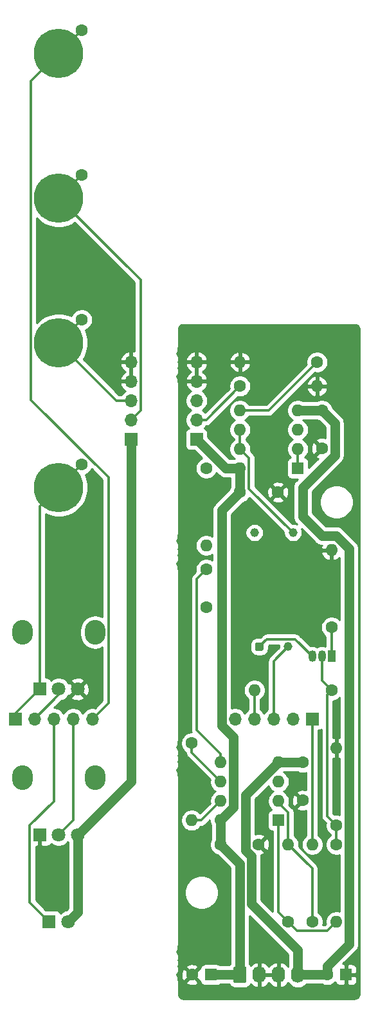
<source format=gtl>
%TF.GenerationSoftware,KiCad,Pcbnew,(5.1.8-0-10_14)*%
%TF.CreationDate,2021-07-08T18:32:03+01:00*%
%TF.ProjectId,4u-music-thing-vactrol-crossfader,34752d6d-7573-4696-932d-7468696e672d,rev?*%
%TF.SameCoordinates,Original*%
%TF.FileFunction,Copper,L1,Top*%
%TF.FilePolarity,Positive*%
%FSLAX46Y46*%
G04 Gerber Fmt 4.6, Leading zero omitted, Abs format (unit mm)*
G04 Created by KiCad (PCBNEW (5.1.8-0-10_14)) date 2021-07-08 18:32:03*
%MOMM*%
%LPD*%
G01*
G04 APERTURE LIST*
%TA.AperFunction,ComponentPad*%
%ADD10C,1.150000*%
%TD*%
%TA.AperFunction,ComponentPad*%
%ADD11O,1.600000X1.600000*%
%TD*%
%TA.AperFunction,ComponentPad*%
%ADD12R,1.600000X1.600000*%
%TD*%
%TA.AperFunction,ComponentPad*%
%ADD13C,1.600000*%
%TD*%
%TA.AperFunction,ComponentPad*%
%ADD14O,1.700000X1.700000*%
%TD*%
%TA.AperFunction,ComponentPad*%
%ADD15R,1.700000X1.700000*%
%TD*%
%TA.AperFunction,ComponentPad*%
%ADD16R,1.050000X1.500000*%
%TD*%
%TA.AperFunction,ComponentPad*%
%ADD17O,1.050000X1.500000*%
%TD*%
%TA.AperFunction,ComponentPad*%
%ADD18O,2.720000X3.240000*%
%TD*%
%TA.AperFunction,ComponentPad*%
%ADD19C,1.800000*%
%TD*%
%TA.AperFunction,ComponentPad*%
%ADD20R,1.800000X1.800000*%
%TD*%
%TA.AperFunction,ComponentPad*%
%ADD21C,6.500000*%
%TD*%
%TA.AperFunction,ComponentPad*%
%ADD22O,1.740000X2.190000*%
%TD*%
%TA.AperFunction,Conductor*%
%ADD23C,0.304800*%
%TD*%
%TA.AperFunction,Conductor*%
%ADD24C,1.270000*%
%TD*%
%TA.AperFunction,Conductor*%
%ADD25C,0.254000*%
%TD*%
%TA.AperFunction,Conductor*%
%ADD26C,0.100000*%
%TD*%
G04 APERTURE END LIST*
D10*
%TO.P,U2,2*%
%TO.N,/LED_MAIN*%
X129540000Y-116205000D03*
%TO.P,U2,4*%
%TO.N,/AUDIO_2*%
X130180000Y-101205000D03*
%TO.P,U2,3*%
%TO.N,Net-(C1-Pad1)*%
X125100000Y-101205000D03*
%TO.P,U2,1*%
%TO.N,Net-(Q1-Pad3)*%
%TA.AperFunction,ComponentPad*%
G36*
G01*
X126027500Y-116780000D02*
X125452500Y-116780000D01*
G75*
G02*
X125165000Y-116492500I0J287500D01*
G01*
X125165000Y-115917500D01*
G75*
G02*
X125452500Y-115630000I287500J0D01*
G01*
X126027500Y-115630000D01*
G75*
G02*
X126315000Y-115917500I0J-287500D01*
G01*
X126315000Y-116492500D01*
G75*
G02*
X126027500Y-116780000I-287500J0D01*
G01*
G37*
%TD.AperFunction*%
%TD*%
D11*
%TO.P,U3,8*%
%TO.N,+12V*%
X123190000Y-92710000D03*
%TO.P,U3,4*%
%TO.N,-12V*%
X130810000Y-85090000D03*
%TO.P,U3,7*%
%TO.N,/AUDIO_2*%
X123190000Y-90170000D03*
%TO.P,U3,3*%
%TO.N,/AUDIO_1_MAIN*%
X130810000Y-87630000D03*
%TO.P,U3,6*%
%TO.N,/AUDIO_2*%
X123190000Y-87630000D03*
%TO.P,U3,2*%
%TO.N,/AUDIO_1*%
X130810000Y-90170000D03*
%TO.P,U3,5*%
%TO.N,/AUDIO_2_MAIN*%
X123190000Y-85090000D03*
D12*
%TO.P,U3,1*%
%TO.N,/AUDIO_1*%
X130810000Y-92710000D03*
%TD*%
D11*
%TO.P,U1,8*%
%TO.N,+12V*%
X120650000Y-139065000D03*
%TO.P,U1,4*%
%TO.N,-12V*%
X128270000Y-131445000D03*
%TO.P,U1,7*%
%TO.N,Net-(R10-Pad2)*%
X120650000Y-136525000D03*
%TO.P,U1,3*%
%TO.N,/CV_ATTVERT_MAIN*%
X128270000Y-133985000D03*
%TO.P,U1,6*%
%TO.N,/OUT_MAIN*%
X120650000Y-133985000D03*
%TO.P,U1,2*%
%TO.N,Net-(R3-Pad1)*%
X128270000Y-136525000D03*
%TO.P,U1,5*%
%TO.N,Net-(C1-Pad1)*%
X120650000Y-131445000D03*
D12*
%TO.P,U1,1*%
%TO.N,Net-(R4-Pad1)*%
X128270000Y-139065000D03*
%TD*%
D13*
%TO.P,C7,2*%
%TO.N,-12V*%
X131445000Y-131445000D03*
%TO.P,C7,1*%
%TO.N,GND*%
X131445000Y-136445000D03*
%TD*%
%TO.P,C6,2*%
%TO.N,GND*%
X125650000Y-142240000D03*
%TO.P,C6,1*%
%TO.N,+12V*%
X120650000Y-142240000D03*
%TD*%
D14*
%TO.P,J9,5*%
%TO.N,/OUT_CTRL*%
X103759000Y-125730000D03*
%TO.P,J9,4*%
%TO.N,/FADE_POT_CTRL*%
X101219000Y-125730000D03*
%TO.P,J9,3*%
%TO.N,/LED_CTRL*%
X98679000Y-125730000D03*
%TO.P,J9,2*%
%TO.N,/CV_ATTVERT_CTRL*%
X96139000Y-125730000D03*
D15*
%TO.P,J9,1*%
%TO.N,/CV_IN_CTRL*%
X93599000Y-125730000D03*
%TD*%
D14*
%TO.P,J8,5*%
%TO.N,/OUT_MAIN*%
X122555000Y-125730000D03*
%TO.P,J8,4*%
%TO.N,/FADE_POT_MAIN*%
X125095000Y-125730000D03*
%TO.P,J8,3*%
%TO.N,/LED_MAIN*%
X127635000Y-125730000D03*
%TO.P,J8,2*%
%TO.N,/CV_ATTVERT_MAIN*%
X130175000Y-125730000D03*
D15*
%TO.P,J8,1*%
%TO.N,/CV_IN_MAIN*%
X132715000Y-125730000D03*
%TD*%
D14*
%TO.P,J7,5*%
%TO.N,GND1*%
X108839000Y-78740000D03*
%TO.P,J7,4*%
X108839000Y-81280000D03*
%TO.P,J7,3*%
%TO.N,/AUDIO_2_CTRL*%
X108839000Y-83820000D03*
%TO.P,J7,2*%
%TO.N,/AUDIO_1_CTRL*%
X108839000Y-86360000D03*
D15*
%TO.P,J7,1*%
%TO.N,+12VA*%
X108839000Y-88900000D03*
%TD*%
D14*
%TO.P,J6,5*%
%TO.N,GND*%
X117475000Y-78740000D03*
%TO.P,J6,4*%
X117475000Y-81280000D03*
%TO.P,J6,3*%
%TO.N,/AUDIO_2_MAIN*%
X117475000Y-83820000D03*
%TO.P,J6,2*%
%TO.N,/AUDIO_1_MAIN*%
X117475000Y-86360000D03*
D15*
%TO.P,J6,1*%
%TO.N,+12V*%
X117475000Y-88900000D03*
%TD*%
D13*
%TO.P,C3,2*%
%TO.N,-12V*%
X133985000Y-85090000D03*
%TO.P,C3,1*%
%TO.N,GND*%
X133985000Y-90090000D03*
%TD*%
%TO.P,C2,2*%
%TO.N,GND*%
X128190000Y-95885000D03*
%TO.P,C2,1*%
%TO.N,+12V*%
X123190000Y-95885000D03*
%TD*%
%TO.P,C1,1*%
%TO.N,Net-(C1-Pad1)*%
X118745000Y-106045000D03*
%TO.P,C1,2*%
%TO.N,GND*%
X118745000Y-111045000D03*
%TD*%
D16*
%TO.P,Q1,1*%
%TO.N,Net-(Q1-Pad1)*%
X135255000Y-117475000D03*
D17*
%TO.P,Q1,3*%
%TO.N,Net-(Q1-Pad3)*%
X132715000Y-117475000D03*
%TO.P,Q1,2*%
%TO.N,Net-(Q1-Pad2)*%
X133985000Y-117475000D03*
%TD*%
D18*
%TO.P,RV2,*%
%TO.N,*%
X94514000Y-133470000D03*
X104114000Y-133470000D03*
D19*
%TO.P,RV2,3*%
%TO.N,+12VA*%
X101814000Y-140970000D03*
%TO.P,RV2,2*%
%TO.N,/FADE_POT_CTRL*%
X99314000Y-140970000D03*
D20*
%TO.P,RV2,1*%
%TO.N,GND1*%
X96814000Y-140970000D03*
%TD*%
D18*
%TO.P,RV1,*%
%TO.N,*%
X94514000Y-114300000D03*
X104114000Y-114300000D03*
D19*
%TO.P,RV1,3*%
%TO.N,GND1*%
X101814000Y-121800000D03*
%TO.P,RV1,2*%
%TO.N,/CV_ATTVERT_CTRL*%
X99314000Y-121800000D03*
D20*
%TO.P,RV1,1*%
%TO.N,/CV_IN_CTRL*%
X96814000Y-121800000D03*
%TD*%
D11*
%TO.P,R10,2*%
%TO.N,Net-(R10-Pad2)*%
X116840000Y-139065000D03*
D13*
%TO.P,R10,1*%
%TO.N,/OUT_MAIN*%
X116840000Y-128905000D03*
%TD*%
D11*
%TO.P,R9,2*%
%TO.N,GND*%
X135255000Y-103505000D03*
D13*
%TO.P,R9,1*%
%TO.N,Net-(Q1-Pad1)*%
X135255000Y-113665000D03*
%TD*%
D11*
%TO.P,R8,2*%
%TO.N,GND*%
X135890000Y-129540000D03*
D13*
%TO.P,R8,1*%
%TO.N,Net-(Q1-Pad2)*%
X135890000Y-139700000D03*
%TD*%
%TO.P,R7,1*%
%TO.N,/AUDIO_1*%
X118745000Y-92710000D03*
D11*
%TO.P,R7,2*%
%TO.N,Net-(C1-Pad1)*%
X118745000Y-102870000D03*
%TD*%
%TO.P,R6,2*%
%TO.N,/FADE_POT_MAIN*%
X125095000Y-121920000D03*
D13*
%TO.P,R6,1*%
%TO.N,Net-(Q1-Pad2)*%
X135255000Y-121920000D03*
%TD*%
D11*
%TO.P,R5,2*%
%TO.N,Net-(R4-Pad1)*%
X135890000Y-152400000D03*
D13*
%TO.P,R5,1*%
%TO.N,Net-(Q1-Pad2)*%
X135890000Y-142240000D03*
%TD*%
D11*
%TO.P,R4,2*%
%TO.N,Net-(R3-Pad1)*%
X129540000Y-142240000D03*
D13*
%TO.P,R4,1*%
%TO.N,Net-(R4-Pad1)*%
X129540000Y-152400000D03*
%TD*%
D11*
%TO.P,R3,2*%
%TO.N,/CV_IN_MAIN*%
X132715000Y-142240000D03*
D13*
%TO.P,R3,1*%
%TO.N,Net-(R3-Pad1)*%
X132715000Y-152400000D03*
%TD*%
%TO.P,R2,1*%
%TO.N,/AUDIO_2_MAIN*%
X133350000Y-78740000D03*
D11*
%TO.P,R2,2*%
%TO.N,GND*%
X123190000Y-78740000D03*
%TD*%
%TO.P,R1,2*%
%TO.N,GND*%
X133350000Y-81915000D03*
D13*
%TO.P,R1,1*%
%TO.N,/AUDIO_1_MAIN*%
X123190000Y-81915000D03*
%TD*%
%TO.P,J5,1*%
%TO.N,/OUT_CTRL*%
X102362000Y-35052000D03*
D21*
X99314000Y-38100000D03*
%TD*%
D22*
%TO.P,J4,4*%
%TO.N,-12V*%
X130810000Y-159385000D03*
%TO.P,J4,3*%
%TO.N,GND*%
X128270000Y-159385000D03*
%TO.P,J4,2*%
X125730000Y-159385000D03*
%TO.P,J4,1*%
%TO.N,+12V*%
%TA.AperFunction,ComponentPad*%
G36*
G01*
X122320000Y-160230001D02*
X122320000Y-158539999D01*
G75*
G02*
X122569999Y-158290000I249999J0D01*
G01*
X123810001Y-158290000D01*
G75*
G02*
X124060000Y-158539999I0J-249999D01*
G01*
X124060000Y-160230001D01*
G75*
G02*
X123810001Y-160480000I-249999J0D01*
G01*
X122569999Y-160480000D01*
G75*
G02*
X122320000Y-160230001I0J249999D01*
G01*
G37*
%TD.AperFunction*%
%TD*%
D13*
%TO.P,J3,1*%
%TO.N,/CV_IN_CTRL*%
X102362000Y-92202000D03*
D21*
X99314000Y-95250000D03*
%TD*%
D13*
%TO.P,J2,1*%
%TO.N,/AUDIO_2_CTRL*%
X102362000Y-73152000D03*
D21*
X99314000Y-76200000D03*
%TD*%
D13*
%TO.P,J1,1*%
%TO.N,/AUDIO_1_CTRL*%
X102362000Y-54102000D03*
D21*
X99314000Y-57150000D03*
%TD*%
D19*
%TO.P,D1,2*%
%TO.N,+12VA*%
X100584000Y-152400000D03*
D20*
%TO.P,D1,1*%
%TO.N,/LED_CTRL*%
X98044000Y-152400000D03*
%TD*%
D13*
%TO.P,C5,2*%
%TO.N,-12V*%
X134660000Y-159385000D03*
D12*
%TO.P,C5,1*%
%TO.N,GND*%
X137160000Y-159385000D03*
%TD*%
D13*
%TO.P,C4,2*%
%TO.N,GND*%
X116880000Y-159385000D03*
D12*
%TO.P,C4,1*%
%TO.N,+12V*%
X119380000Y-159385000D03*
%TD*%
D23*
%TO.N,Net-(C1-Pad1)*%
X117538599Y-127202229D02*
X120650000Y-130313630D01*
X117538599Y-107251401D02*
X117538599Y-127202229D01*
X120650000Y-130313630D02*
X120650000Y-131445000D01*
X118745000Y-106045000D02*
X117538599Y-107251401D01*
D24*
%TO.N,+12V*%
X123190000Y-159385000D02*
X119380000Y-159385000D01*
X123190000Y-144780000D02*
X120650000Y-142240000D01*
X123190000Y-159385000D02*
X123190000Y-144780000D01*
X120650000Y-142240000D02*
X120650000Y-139065000D01*
X120815999Y-126564721D02*
X120815999Y-98259001D01*
X122339001Y-128087723D02*
X120815999Y-126564721D01*
X120815999Y-98259001D02*
X123190000Y-95885000D01*
X122339001Y-137375999D02*
X122339001Y-128087723D01*
X120650000Y-139065000D02*
X122339001Y-137375999D01*
X121285000Y-92710000D02*
X117475000Y-88900000D01*
X123190000Y-92710000D02*
X121285000Y-92710000D01*
X123190000Y-95885000D02*
X123190000Y-92710000D01*
%TO.N,-12V*%
X130810000Y-159385000D02*
X134660000Y-159385000D01*
X123960999Y-135754001D02*
X128270000Y-131445000D01*
X124714010Y-143803732D02*
X123960999Y-143050721D01*
X124714010Y-150073732D02*
X124714010Y-143803732D01*
X130810000Y-156169722D02*
X124714010Y-150073732D01*
X123960999Y-143050721D02*
X123960999Y-135754001D01*
X130810000Y-159385000D02*
X130810000Y-156169722D01*
X128270000Y-131445000D02*
X131445000Y-131445000D01*
X137579001Y-103329279D02*
X135849722Y-101600000D01*
X137579001Y-155334629D02*
X137579001Y-103329279D01*
X134660000Y-158253630D02*
X137579001Y-155334629D01*
X134660000Y-159385000D02*
X134660000Y-158253630D01*
X135674001Y-86779001D02*
X135674001Y-91020999D01*
X133985000Y-85090000D02*
X135674001Y-86779001D01*
X135674001Y-91020999D02*
X131445000Y-95250000D01*
X131445000Y-95250000D02*
X131445000Y-99060000D01*
X133985000Y-101600000D02*
X135849722Y-101600000D01*
X131445000Y-99060000D02*
X133985000Y-101600000D01*
X133985000Y-85090000D02*
X130810000Y-85090000D01*
D23*
%TO.N,Net-(Q1-Pad1)*%
X135255000Y-117475000D02*
X135255000Y-113665000D01*
%TO.N,Net-(Q1-Pad3)*%
X130463599Y-115223599D02*
X132715000Y-117475000D01*
X126721401Y-115223599D02*
X130463599Y-115223599D01*
X125740000Y-116205000D02*
X126721401Y-115223599D01*
%TO.N,Net-(Q1-Pad2)*%
X135890000Y-142240000D02*
X135890000Y-139700000D01*
X134683599Y-122491401D02*
X135255000Y-121920000D01*
X134683599Y-138493599D02*
X134683599Y-122491401D01*
X135890000Y-139700000D02*
X134683599Y-138493599D01*
X133985000Y-120650000D02*
X133985000Y-117475000D01*
X135255000Y-121920000D02*
X133985000Y-120650000D01*
%TO.N,Net-(R3-Pad1)*%
X132715000Y-145415000D02*
X129540000Y-142240000D01*
X132715000Y-152400000D02*
X132715000Y-145415000D01*
X128270000Y-136733478D02*
X128270000Y-136525000D01*
X129540000Y-138003478D02*
X128270000Y-136733478D01*
X129540000Y-142240000D02*
X129540000Y-138003478D01*
%TO.N,Net-(R4-Pad1)*%
X134683599Y-153606401D02*
X135890000Y-152400000D01*
X130746401Y-153606401D02*
X134683599Y-153606401D01*
X129540000Y-152400000D02*
X130746401Y-153606401D01*
X128270000Y-151130000D02*
X128270000Y-139065000D01*
X129540000Y-152400000D02*
X128270000Y-151130000D01*
%TO.N,Net-(R10-Pad2)*%
X118110000Y-139065000D02*
X120650000Y-136525000D01*
X116840000Y-139065000D02*
X118110000Y-139065000D01*
D24*
%TO.N,+12VA*%
X108839000Y-88900000D02*
X108839000Y-133945000D01*
X108839000Y-133945000D02*
X101814000Y-140970000D01*
X101814000Y-151170000D02*
X100584000Y-152400000D01*
X101814000Y-140970000D02*
X101814000Y-151170000D01*
D23*
%TO.N,/LED_CTRL*%
X95507599Y-139744879D02*
X95507599Y-149863599D01*
X98679000Y-136573478D02*
X95507599Y-139744879D01*
X95507599Y-149863599D02*
X98044000Y-152400000D01*
X98679000Y-125730000D02*
X98679000Y-136573478D01*
%TO.N,/CV_IN_CTRL*%
X93599000Y-125015000D02*
X96814000Y-121800000D01*
X93599000Y-125730000D02*
X93599000Y-125015000D01*
X96814000Y-97750000D02*
X99314000Y-95250000D01*
X96814000Y-121800000D02*
X96814000Y-97750000D01*
X99314000Y-95250000D02*
X102362000Y-92202000D01*
%TO.N,/OUT_CTRL*%
X102362000Y-35052000D02*
X99314000Y-38100000D01*
X105880410Y-123608590D02*
X103759000Y-125730000D01*
X105880410Y-93934936D02*
X105880410Y-123608590D01*
X95657599Y-83712125D02*
X105880410Y-93934936D01*
X95657599Y-41756401D02*
X95657599Y-83712125D01*
X99314000Y-38100000D02*
X95657599Y-41756401D01*
D24*
%TO.N,GND1*%
X96814000Y-141117722D02*
X96814000Y-140970000D01*
D23*
%TO.N,/CV_ATTVERT_CTRL*%
X99314000Y-122555000D02*
X99314000Y-121800000D01*
X96139000Y-125730000D02*
X99314000Y-122555000D01*
%TO.N,/FADE_POT_CTRL*%
X101219000Y-139065000D02*
X99314000Y-140970000D01*
X101219000Y-125730000D02*
X101219000Y-139065000D01*
%TO.N,/LED_MAIN*%
X127635000Y-118110000D02*
X129540000Y-116205000D01*
X127635000Y-125730000D02*
X127635000Y-118110000D01*
%TO.N,/OUT_MAIN*%
X116840000Y-130175000D02*
X116840000Y-128905000D01*
X120650000Y-133985000D02*
X116840000Y-130175000D01*
%TO.N,/FADE_POT_MAIN*%
X125095000Y-125730000D02*
X125095000Y-121920000D01*
%TO.N,/CV_IN_MAIN*%
X132715000Y-142240000D02*
X132715000Y-125730000D01*
%TO.N,/AUDIO_1_CTRL*%
X110095401Y-67931401D02*
X99314000Y-57150000D01*
X110095401Y-85103599D02*
X110095401Y-67931401D01*
X108839000Y-86360000D02*
X110095401Y-85103599D01*
X99314000Y-57150000D02*
X102362000Y-54102000D01*
%TO.N,/AUDIO_2_CTRL*%
X106934000Y-83820000D02*
X108839000Y-83820000D01*
X99314000Y-76200000D02*
X106934000Y-83820000D01*
X102362000Y-73152000D02*
X99314000Y-76200000D01*
%TO.N,/AUDIO_2_MAIN*%
X127000000Y-85090000D02*
X133350000Y-78740000D01*
X123190000Y-85090000D02*
X127000000Y-85090000D01*
%TO.N,/AUDIO_1_MAIN*%
X118745000Y-86360000D02*
X123190000Y-81915000D01*
X117475000Y-86360000D02*
X118745000Y-86360000D01*
%TO.N,/AUDIO_2*%
X123190000Y-87630000D02*
X123190000Y-90170000D01*
X124396401Y-91376401D02*
X123190000Y-90170000D01*
X124396401Y-95421401D02*
X124396401Y-91376401D01*
X130180000Y-101205000D02*
X124396401Y-95421401D01*
%TO.N,/AUDIO_1*%
X130810000Y-90170000D02*
X130810000Y-92710000D01*
%TD*%
D25*
%TO.N,GND1*%
X96941000Y-140843000D02*
X96961000Y-140843000D01*
X96961000Y-141097000D01*
X96941000Y-141097000D01*
X96941000Y-142346250D01*
X97099750Y-142505000D01*
X97714000Y-142508072D01*
X97838482Y-142495812D01*
X97958180Y-142459502D01*
X98068494Y-142400537D01*
X98165185Y-142321185D01*
X98244537Y-142224494D01*
X98297880Y-142124697D01*
X98335495Y-142162312D01*
X98586905Y-142330299D01*
X98866257Y-142446011D01*
X99162816Y-142505000D01*
X99465184Y-142505000D01*
X99761743Y-142446011D01*
X100041095Y-142330299D01*
X100292505Y-142162312D01*
X100506312Y-141948505D01*
X100544000Y-141892101D01*
X100544001Y-150643948D01*
X100295669Y-150892280D01*
X100136257Y-150923989D01*
X99856905Y-151039701D01*
X99605495Y-151207688D01*
X99539056Y-151274127D01*
X99533502Y-151255820D01*
X99474537Y-151145506D01*
X99395185Y-151048815D01*
X99298494Y-150969463D01*
X99188180Y-150910498D01*
X99068482Y-150874188D01*
X98944000Y-150861928D01*
X97619479Y-150861928D01*
X96294999Y-149537449D01*
X96294999Y-142506167D01*
X96528250Y-142505000D01*
X96687000Y-142346250D01*
X96687000Y-141097000D01*
X96667000Y-141097000D01*
X96667000Y-140843000D01*
X96687000Y-140843000D01*
X96687000Y-140823000D01*
X96941000Y-140823000D01*
X96941000Y-140843000D01*
%TA.AperFunction,Conductor*%
D26*
G36*
X96941000Y-140843000D02*
G01*
X96961000Y-140843000D01*
X96961000Y-141097000D01*
X96941000Y-141097000D01*
X96941000Y-142346250D01*
X97099750Y-142505000D01*
X97714000Y-142508072D01*
X97838482Y-142495812D01*
X97958180Y-142459502D01*
X98068494Y-142400537D01*
X98165185Y-142321185D01*
X98244537Y-142224494D01*
X98297880Y-142124697D01*
X98335495Y-142162312D01*
X98586905Y-142330299D01*
X98866257Y-142446011D01*
X99162816Y-142505000D01*
X99465184Y-142505000D01*
X99761743Y-142446011D01*
X100041095Y-142330299D01*
X100292505Y-142162312D01*
X100506312Y-141948505D01*
X100544000Y-141892101D01*
X100544001Y-150643948D01*
X100295669Y-150892280D01*
X100136257Y-150923989D01*
X99856905Y-151039701D01*
X99605495Y-151207688D01*
X99539056Y-151274127D01*
X99533502Y-151255820D01*
X99474537Y-151145506D01*
X99395185Y-151048815D01*
X99298494Y-150969463D01*
X99188180Y-150910498D01*
X99068482Y-150874188D01*
X98944000Y-150861928D01*
X97619479Y-150861928D01*
X96294999Y-149537449D01*
X96294999Y-142506167D01*
X96528250Y-142505000D01*
X96687000Y-142346250D01*
X96687000Y-141097000D01*
X96667000Y-141097000D01*
X96667000Y-140843000D01*
X96687000Y-140843000D01*
X96687000Y-140823000D01*
X96941000Y-140823000D01*
X96941000Y-140843000D01*
G37*
%TD.AperFunction*%
D25*
X105093010Y-94261087D02*
X105093011Y-112301187D01*
X104881147Y-112187943D01*
X104505088Y-112073867D01*
X104114000Y-112035348D01*
X103722913Y-112073867D01*
X103346854Y-112187943D01*
X103000276Y-112373193D01*
X102696498Y-112622497D01*
X102447193Y-112926275D01*
X102261943Y-113272853D01*
X102147867Y-113648912D01*
X102119000Y-113942002D01*
X102119000Y-114657997D01*
X102147867Y-114951087D01*
X102261943Y-115327146D01*
X102447193Y-115673725D01*
X102696497Y-115977503D01*
X103000275Y-116226807D01*
X103346853Y-116412057D01*
X103722912Y-116526133D01*
X104114000Y-116564652D01*
X104505087Y-116526133D01*
X104881146Y-116412057D01*
X105093011Y-116298813D01*
X105093011Y-123282438D01*
X104093088Y-124282362D01*
X103905260Y-124245000D01*
X103612740Y-124245000D01*
X103325842Y-124302068D01*
X103055589Y-124414010D01*
X102812368Y-124576525D01*
X102605525Y-124783368D01*
X102489000Y-124957760D01*
X102372475Y-124783368D01*
X102165632Y-124576525D01*
X101922411Y-124414010D01*
X101652158Y-124302068D01*
X101365260Y-124245000D01*
X101072740Y-124245000D01*
X100785842Y-124302068D01*
X100515589Y-124414010D01*
X100272368Y-124576525D01*
X100065525Y-124783368D01*
X99949000Y-124957760D01*
X99832475Y-124783368D01*
X99625632Y-124576525D01*
X99382411Y-124414010D01*
X99112158Y-124302068D01*
X98825260Y-124245000D01*
X98737551Y-124245000D01*
X99692833Y-123289718D01*
X99761743Y-123276011D01*
X100041095Y-123160299D01*
X100292505Y-122992312D01*
X100420737Y-122864080D01*
X100929525Y-122864080D01*
X101013208Y-123118261D01*
X101285775Y-123249158D01*
X101578642Y-123324365D01*
X101880553Y-123340991D01*
X102179907Y-123298397D01*
X102465199Y-123198222D01*
X102614792Y-123118261D01*
X102698475Y-122864080D01*
X101814000Y-121979605D01*
X100929525Y-122864080D01*
X100420737Y-122864080D01*
X100506312Y-122778505D01*
X100601738Y-122635690D01*
X100749920Y-122684475D01*
X101634395Y-121800000D01*
X101993605Y-121800000D01*
X102878080Y-122684475D01*
X103132261Y-122600792D01*
X103263158Y-122328225D01*
X103338365Y-122035358D01*
X103354991Y-121733447D01*
X103312397Y-121434093D01*
X103212222Y-121148801D01*
X103132261Y-120999208D01*
X102878080Y-120915525D01*
X101993605Y-121800000D01*
X101634395Y-121800000D01*
X100749920Y-120915525D01*
X100601738Y-120964310D01*
X100506312Y-120821495D01*
X100420737Y-120735920D01*
X100929525Y-120735920D01*
X101814000Y-121620395D01*
X102698475Y-120735920D01*
X102614792Y-120481739D01*
X102342225Y-120350842D01*
X102049358Y-120275635D01*
X101747447Y-120259009D01*
X101448093Y-120301603D01*
X101162801Y-120401778D01*
X101013208Y-120481739D01*
X100929525Y-120735920D01*
X100420737Y-120735920D01*
X100292505Y-120607688D01*
X100041095Y-120439701D01*
X99761743Y-120323989D01*
X99465184Y-120265000D01*
X99162816Y-120265000D01*
X98866257Y-120323989D01*
X98586905Y-120439701D01*
X98335495Y-120607688D01*
X98297880Y-120645303D01*
X98244537Y-120545506D01*
X98165185Y-120448815D01*
X98068494Y-120369463D01*
X97958180Y-120310498D01*
X97838482Y-120274188D01*
X97714000Y-120261928D01*
X97601400Y-120261928D01*
X97601400Y-98745712D01*
X98180787Y-98985702D01*
X98931361Y-99135000D01*
X99696639Y-99135000D01*
X100447213Y-98985702D01*
X101154238Y-98692842D01*
X101790543Y-98267677D01*
X102331677Y-97726543D01*
X102756842Y-97090238D01*
X103049702Y-96383213D01*
X103199000Y-95632639D01*
X103199000Y-94867361D01*
X103049702Y-94116787D01*
X102821161Y-93565041D01*
X103041727Y-93473680D01*
X103276759Y-93316637D01*
X103476637Y-93116759D01*
X103633680Y-92881727D01*
X103657103Y-92825180D01*
X105093010Y-94261087D01*
%TA.AperFunction,Conductor*%
D26*
G36*
X105093010Y-94261087D02*
G01*
X105093011Y-112301187D01*
X104881147Y-112187943D01*
X104505088Y-112073867D01*
X104114000Y-112035348D01*
X103722913Y-112073867D01*
X103346854Y-112187943D01*
X103000276Y-112373193D01*
X102696498Y-112622497D01*
X102447193Y-112926275D01*
X102261943Y-113272853D01*
X102147867Y-113648912D01*
X102119000Y-113942002D01*
X102119000Y-114657997D01*
X102147867Y-114951087D01*
X102261943Y-115327146D01*
X102447193Y-115673725D01*
X102696497Y-115977503D01*
X103000275Y-116226807D01*
X103346853Y-116412057D01*
X103722912Y-116526133D01*
X104114000Y-116564652D01*
X104505087Y-116526133D01*
X104881146Y-116412057D01*
X105093011Y-116298813D01*
X105093011Y-123282438D01*
X104093088Y-124282362D01*
X103905260Y-124245000D01*
X103612740Y-124245000D01*
X103325842Y-124302068D01*
X103055589Y-124414010D01*
X102812368Y-124576525D01*
X102605525Y-124783368D01*
X102489000Y-124957760D01*
X102372475Y-124783368D01*
X102165632Y-124576525D01*
X101922411Y-124414010D01*
X101652158Y-124302068D01*
X101365260Y-124245000D01*
X101072740Y-124245000D01*
X100785842Y-124302068D01*
X100515589Y-124414010D01*
X100272368Y-124576525D01*
X100065525Y-124783368D01*
X99949000Y-124957760D01*
X99832475Y-124783368D01*
X99625632Y-124576525D01*
X99382411Y-124414010D01*
X99112158Y-124302068D01*
X98825260Y-124245000D01*
X98737551Y-124245000D01*
X99692833Y-123289718D01*
X99761743Y-123276011D01*
X100041095Y-123160299D01*
X100292505Y-122992312D01*
X100420737Y-122864080D01*
X100929525Y-122864080D01*
X101013208Y-123118261D01*
X101285775Y-123249158D01*
X101578642Y-123324365D01*
X101880553Y-123340991D01*
X102179907Y-123298397D01*
X102465199Y-123198222D01*
X102614792Y-123118261D01*
X102698475Y-122864080D01*
X101814000Y-121979605D01*
X100929525Y-122864080D01*
X100420737Y-122864080D01*
X100506312Y-122778505D01*
X100601738Y-122635690D01*
X100749920Y-122684475D01*
X101634395Y-121800000D01*
X101993605Y-121800000D01*
X102878080Y-122684475D01*
X103132261Y-122600792D01*
X103263158Y-122328225D01*
X103338365Y-122035358D01*
X103354991Y-121733447D01*
X103312397Y-121434093D01*
X103212222Y-121148801D01*
X103132261Y-120999208D01*
X102878080Y-120915525D01*
X101993605Y-121800000D01*
X101634395Y-121800000D01*
X100749920Y-120915525D01*
X100601738Y-120964310D01*
X100506312Y-120821495D01*
X100420737Y-120735920D01*
X100929525Y-120735920D01*
X101814000Y-121620395D01*
X102698475Y-120735920D01*
X102614792Y-120481739D01*
X102342225Y-120350842D01*
X102049358Y-120275635D01*
X101747447Y-120259009D01*
X101448093Y-120301603D01*
X101162801Y-120401778D01*
X101013208Y-120481739D01*
X100929525Y-120735920D01*
X100420737Y-120735920D01*
X100292505Y-120607688D01*
X100041095Y-120439701D01*
X99761743Y-120323989D01*
X99465184Y-120265000D01*
X99162816Y-120265000D01*
X98866257Y-120323989D01*
X98586905Y-120439701D01*
X98335495Y-120607688D01*
X98297880Y-120645303D01*
X98244537Y-120545506D01*
X98165185Y-120448815D01*
X98068494Y-120369463D01*
X97958180Y-120310498D01*
X97838482Y-120274188D01*
X97714000Y-120261928D01*
X97601400Y-120261928D01*
X97601400Y-98745712D01*
X98180787Y-98985702D01*
X98931361Y-99135000D01*
X99696639Y-99135000D01*
X100447213Y-98985702D01*
X101154238Y-98692842D01*
X101790543Y-98267677D01*
X102331677Y-97726543D01*
X102756842Y-97090238D01*
X103049702Y-96383213D01*
X103199000Y-95632639D01*
X103199000Y-94867361D01*
X103049702Y-94116787D01*
X102821161Y-93565041D01*
X103041727Y-93473680D01*
X103276759Y-93316637D01*
X103476637Y-93116759D01*
X103633680Y-92881727D01*
X103657103Y-92825180D01*
X105093010Y-94261087D01*
G37*
%TD.AperFunction*%
D25*
X96837457Y-60167677D02*
X97473762Y-60592842D01*
X98180787Y-60885702D01*
X98931361Y-61035000D01*
X99696639Y-61035000D01*
X100447213Y-60885702D01*
X101154238Y-60592842D01*
X101447404Y-60396955D01*
X109308002Y-68257554D01*
X109308001Y-77338288D01*
X109195891Y-77298519D01*
X108966000Y-77419186D01*
X108966000Y-78613000D01*
X108986000Y-78613000D01*
X108986000Y-78867000D01*
X108966000Y-78867000D01*
X108966000Y-81153000D01*
X108986000Y-81153000D01*
X108986000Y-81407000D01*
X108966000Y-81407000D01*
X108966000Y-81427000D01*
X108712000Y-81427000D01*
X108712000Y-81407000D01*
X107518845Y-81407000D01*
X107397524Y-81636890D01*
X107442175Y-81784099D01*
X107567359Y-82046920D01*
X107741412Y-82280269D01*
X107957645Y-82475178D01*
X108074534Y-82544805D01*
X107892368Y-82666525D01*
X107685525Y-82873368D01*
X107579130Y-83032600D01*
X107260152Y-83032600D01*
X103324442Y-79096890D01*
X107397524Y-79096890D01*
X107442175Y-79244099D01*
X107567359Y-79506920D01*
X107741412Y-79740269D01*
X107957645Y-79935178D01*
X108083255Y-80010000D01*
X107957645Y-80084822D01*
X107741412Y-80279731D01*
X107567359Y-80513080D01*
X107442175Y-80775901D01*
X107397524Y-80923110D01*
X107518845Y-81153000D01*
X108712000Y-81153000D01*
X108712000Y-78867000D01*
X107518845Y-78867000D01*
X107397524Y-79096890D01*
X103324442Y-79096890D01*
X102610662Y-78383110D01*
X107397524Y-78383110D01*
X107518845Y-78613000D01*
X108712000Y-78613000D01*
X108712000Y-77419186D01*
X108482109Y-77298519D01*
X108207748Y-77395843D01*
X107957645Y-77544822D01*
X107741412Y-77739731D01*
X107567359Y-77973080D01*
X107442175Y-78235901D01*
X107397524Y-78383110D01*
X102610662Y-78383110D01*
X102560955Y-78333404D01*
X102756842Y-78040238D01*
X103049702Y-77333213D01*
X103199000Y-76582639D01*
X103199000Y-75817361D01*
X103049702Y-75066787D01*
X102821161Y-74515041D01*
X103041727Y-74423680D01*
X103276759Y-74266637D01*
X103476637Y-74066759D01*
X103633680Y-73831727D01*
X103741853Y-73570574D01*
X103797000Y-73293335D01*
X103797000Y-73010665D01*
X103741853Y-72733426D01*
X103633680Y-72472273D01*
X103476637Y-72237241D01*
X103276759Y-72037363D01*
X103041727Y-71880320D01*
X102780574Y-71772147D01*
X102503335Y-71717000D01*
X102220665Y-71717000D01*
X101943426Y-71772147D01*
X101682273Y-71880320D01*
X101447241Y-72037363D01*
X101247363Y-72237241D01*
X101090320Y-72472273D01*
X100998959Y-72692839D01*
X100447213Y-72464298D01*
X99696639Y-72315000D01*
X98931361Y-72315000D01*
X98180787Y-72464298D01*
X97473762Y-72757158D01*
X96837457Y-73182323D01*
X96444999Y-73574781D01*
X96444999Y-59775219D01*
X96837457Y-60167677D01*
%TA.AperFunction,Conductor*%
D26*
G36*
X96837457Y-60167677D02*
G01*
X97473762Y-60592842D01*
X98180787Y-60885702D01*
X98931361Y-61035000D01*
X99696639Y-61035000D01*
X100447213Y-60885702D01*
X101154238Y-60592842D01*
X101447404Y-60396955D01*
X109308002Y-68257554D01*
X109308001Y-77338288D01*
X109195891Y-77298519D01*
X108966000Y-77419186D01*
X108966000Y-78613000D01*
X108986000Y-78613000D01*
X108986000Y-78867000D01*
X108966000Y-78867000D01*
X108966000Y-81153000D01*
X108986000Y-81153000D01*
X108986000Y-81407000D01*
X108966000Y-81407000D01*
X108966000Y-81427000D01*
X108712000Y-81427000D01*
X108712000Y-81407000D01*
X107518845Y-81407000D01*
X107397524Y-81636890D01*
X107442175Y-81784099D01*
X107567359Y-82046920D01*
X107741412Y-82280269D01*
X107957645Y-82475178D01*
X108074534Y-82544805D01*
X107892368Y-82666525D01*
X107685525Y-82873368D01*
X107579130Y-83032600D01*
X107260152Y-83032600D01*
X103324442Y-79096890D01*
X107397524Y-79096890D01*
X107442175Y-79244099D01*
X107567359Y-79506920D01*
X107741412Y-79740269D01*
X107957645Y-79935178D01*
X108083255Y-80010000D01*
X107957645Y-80084822D01*
X107741412Y-80279731D01*
X107567359Y-80513080D01*
X107442175Y-80775901D01*
X107397524Y-80923110D01*
X107518845Y-81153000D01*
X108712000Y-81153000D01*
X108712000Y-78867000D01*
X107518845Y-78867000D01*
X107397524Y-79096890D01*
X103324442Y-79096890D01*
X102610662Y-78383110D01*
X107397524Y-78383110D01*
X107518845Y-78613000D01*
X108712000Y-78613000D01*
X108712000Y-77419186D01*
X108482109Y-77298519D01*
X108207748Y-77395843D01*
X107957645Y-77544822D01*
X107741412Y-77739731D01*
X107567359Y-77973080D01*
X107442175Y-78235901D01*
X107397524Y-78383110D01*
X102610662Y-78383110D01*
X102560955Y-78333404D01*
X102756842Y-78040238D01*
X103049702Y-77333213D01*
X103199000Y-76582639D01*
X103199000Y-75817361D01*
X103049702Y-75066787D01*
X102821161Y-74515041D01*
X103041727Y-74423680D01*
X103276759Y-74266637D01*
X103476637Y-74066759D01*
X103633680Y-73831727D01*
X103741853Y-73570574D01*
X103797000Y-73293335D01*
X103797000Y-73010665D01*
X103741853Y-72733426D01*
X103633680Y-72472273D01*
X103476637Y-72237241D01*
X103276759Y-72037363D01*
X103041727Y-71880320D01*
X102780574Y-71772147D01*
X102503335Y-71717000D01*
X102220665Y-71717000D01*
X101943426Y-71772147D01*
X101682273Y-71880320D01*
X101447241Y-72037363D01*
X101247363Y-72237241D01*
X101090320Y-72472273D01*
X100998959Y-72692839D01*
X100447213Y-72464298D01*
X99696639Y-72315000D01*
X98931361Y-72315000D01*
X98180787Y-72464298D01*
X97473762Y-72757158D01*
X96837457Y-73182323D01*
X96444999Y-73574781D01*
X96444999Y-59775219D01*
X96837457Y-60167677D01*
G37*
%TD.AperFunction*%
%TD*%
D25*
%TO.N,GND*%
X138420869Y-73826722D02*
X138534246Y-73860953D01*
X138638819Y-73916555D01*
X138730596Y-73991407D01*
X138806091Y-74082664D01*
X138862419Y-74186844D01*
X138897440Y-74299976D01*
X138913001Y-74448031D01*
X138913000Y-161892721D01*
X138898278Y-162042869D01*
X138864047Y-162156246D01*
X138808446Y-162260817D01*
X138733594Y-162352595D01*
X138642335Y-162428091D01*
X138538160Y-162484419D01*
X138425024Y-162519440D01*
X138276979Y-162535000D01*
X115729279Y-162535000D01*
X115579131Y-162520278D01*
X115465754Y-162486047D01*
X115361183Y-162430446D01*
X115269405Y-162355594D01*
X115193909Y-162264335D01*
X115137581Y-162160160D01*
X115102560Y-162047024D01*
X115087000Y-161898979D01*
X115087000Y-160377702D01*
X116066903Y-160377702D01*
X116138486Y-160621671D01*
X116393996Y-160742571D01*
X116668184Y-160811300D01*
X116950512Y-160825217D01*
X117230130Y-160783787D01*
X117496292Y-160688603D01*
X117621514Y-160621671D01*
X117693097Y-160377702D01*
X116880000Y-159564605D01*
X116066903Y-160377702D01*
X115087000Y-160377702D01*
X115087000Y-160178081D01*
X115083726Y-160144839D01*
X115083726Y-160128363D01*
X115082763Y-160119198D01*
X115055134Y-159872882D01*
X115042695Y-159814365D01*
X115031078Y-159755692D01*
X115028353Y-159746889D01*
X114953408Y-159510631D01*
X114929868Y-159455709D01*
X114929787Y-159455512D01*
X115439783Y-159455512D01*
X115481213Y-159735130D01*
X115576397Y-160001292D01*
X115643329Y-160126514D01*
X115887298Y-160198097D01*
X116700395Y-159385000D01*
X115887298Y-158571903D01*
X115643329Y-158643486D01*
X115522429Y-158898996D01*
X115453700Y-159173184D01*
X115439783Y-159455512D01*
X114929787Y-159455512D01*
X114907048Y-159400342D01*
X114902664Y-159392236D01*
X114858208Y-159311371D01*
X114944424Y-159225155D01*
X115041277Y-159080205D01*
X115107990Y-158919145D01*
X115142000Y-158748165D01*
X115142000Y-158573835D01*
X115107990Y-158402855D01*
X115103618Y-158392298D01*
X116066903Y-158392298D01*
X116880000Y-159205395D01*
X117693097Y-158392298D01*
X117621514Y-158148329D01*
X117366004Y-158027429D01*
X117091816Y-157958700D01*
X116809488Y-157944783D01*
X116529870Y-157986213D01*
X116263708Y-158081397D01*
X116138486Y-158148329D01*
X116066903Y-158392298D01*
X115103618Y-158392298D01*
X115049232Y-158261000D01*
X115107990Y-158119145D01*
X115142000Y-157948165D01*
X115142000Y-157773835D01*
X115107990Y-157602855D01*
X115049232Y-157461000D01*
X115107990Y-157319145D01*
X115142000Y-157148165D01*
X115142000Y-156973835D01*
X115107990Y-156802855D01*
X115041277Y-156641795D01*
X114944424Y-156496845D01*
X114858020Y-156410441D01*
X114913919Y-156305309D01*
X114936707Y-156250021D01*
X114960279Y-156195025D01*
X114963003Y-156186222D01*
X115034643Y-155948941D01*
X115046264Y-155890254D01*
X115058700Y-155831748D01*
X115059663Y-155822583D01*
X115083850Y-155575905D01*
X115083850Y-155575902D01*
X115087000Y-155543919D01*
X115087000Y-148369872D01*
X115875000Y-148369872D01*
X115875000Y-148810128D01*
X115960890Y-149241925D01*
X116129369Y-149648669D01*
X116373962Y-150014729D01*
X116685271Y-150326038D01*
X117051331Y-150570631D01*
X117458075Y-150739110D01*
X117889872Y-150825000D01*
X118330128Y-150825000D01*
X118761925Y-150739110D01*
X119168669Y-150570631D01*
X119534729Y-150326038D01*
X119846038Y-150014729D01*
X120090631Y-149648669D01*
X120259110Y-149241925D01*
X120345000Y-148810128D01*
X120345000Y-148369872D01*
X120259110Y-147938075D01*
X120090631Y-147531331D01*
X119846038Y-147165271D01*
X119534729Y-146853962D01*
X119168669Y-146609369D01*
X118761925Y-146440890D01*
X118330128Y-146355000D01*
X117889872Y-146355000D01*
X117458075Y-146440890D01*
X117051331Y-146609369D01*
X116685271Y-146853962D01*
X116373962Y-147165271D01*
X116129369Y-147531331D01*
X115960890Y-147938075D01*
X115875000Y-148369872D01*
X115087000Y-148369872D01*
X115087000Y-133254081D01*
X115083726Y-133220839D01*
X115083726Y-133204363D01*
X115082763Y-133195198D01*
X115055134Y-132948882D01*
X115042695Y-132890365D01*
X115031078Y-132831692D01*
X115028353Y-132822889D01*
X114953408Y-132586631D01*
X114929868Y-132531709D01*
X114907048Y-132476342D01*
X114902664Y-132468236D01*
X114858208Y-132387371D01*
X114944424Y-132301155D01*
X115041277Y-132156205D01*
X115107990Y-131995145D01*
X115142000Y-131824165D01*
X115142000Y-131649835D01*
X115107990Y-131478855D01*
X115049232Y-131337000D01*
X115107990Y-131195145D01*
X115142000Y-131024165D01*
X115142000Y-130849835D01*
X115107990Y-130678855D01*
X115049232Y-130537000D01*
X115107990Y-130395145D01*
X115142000Y-130224165D01*
X115142000Y-130049835D01*
X115107990Y-129878855D01*
X115041277Y-129717795D01*
X114944424Y-129572845D01*
X114858020Y-129486441D01*
X114913919Y-129381309D01*
X114936707Y-129326021D01*
X114960279Y-129271025D01*
X114963003Y-129262222D01*
X115034643Y-129024941D01*
X115046264Y-128966254D01*
X115058700Y-128907748D01*
X115059663Y-128898583D01*
X115072891Y-128763665D01*
X115405000Y-128763665D01*
X115405000Y-129046335D01*
X115460147Y-129323574D01*
X115568320Y-129584727D01*
X115725363Y-129819759D01*
X115925241Y-130019637D01*
X116052600Y-130104735D01*
X116052600Y-130136337D01*
X116048792Y-130175000D01*
X116052600Y-130213663D01*
X116052600Y-130213672D01*
X116063994Y-130329356D01*
X116109018Y-130477782D01*
X116182134Y-130614571D01*
X116280531Y-130734469D01*
X116310578Y-130759128D01*
X119244883Y-133693435D01*
X119215000Y-133843665D01*
X119215000Y-134126335D01*
X119270147Y-134403574D01*
X119378320Y-134664727D01*
X119535363Y-134899759D01*
X119735241Y-135099637D01*
X119967759Y-135255000D01*
X119735241Y-135410363D01*
X119535363Y-135610241D01*
X119378320Y-135845273D01*
X119270147Y-136106426D01*
X119215000Y-136383665D01*
X119215000Y-136666335D01*
X119244883Y-136816566D01*
X117932923Y-138128527D01*
X117754759Y-137950363D01*
X117519727Y-137793320D01*
X117258574Y-137685147D01*
X116981335Y-137630000D01*
X116698665Y-137630000D01*
X116421426Y-137685147D01*
X116160273Y-137793320D01*
X115925241Y-137950363D01*
X115725363Y-138150241D01*
X115568320Y-138385273D01*
X115460147Y-138646426D01*
X115405000Y-138923665D01*
X115405000Y-139206335D01*
X115460147Y-139483574D01*
X115568320Y-139744727D01*
X115725363Y-139979759D01*
X115925241Y-140179637D01*
X116160273Y-140336680D01*
X116421426Y-140444853D01*
X116698665Y-140500000D01*
X116981335Y-140500000D01*
X117258574Y-140444853D01*
X117519727Y-140336680D01*
X117754759Y-140179637D01*
X117954637Y-139979759D01*
X118039735Y-139852400D01*
X118071337Y-139852400D01*
X118110000Y-139856208D01*
X118148663Y-139852400D01*
X118148673Y-139852400D01*
X118264357Y-139841006D01*
X118412783Y-139795982D01*
X118549572Y-139722866D01*
X118669469Y-139624469D01*
X118694128Y-139594422D01*
X119215000Y-139073550D01*
X119215000Y-139206335D01*
X119270147Y-139483574D01*
X119378320Y-139744727D01*
X119380001Y-139747242D01*
X119380000Y-141557758D01*
X119378320Y-141560273D01*
X119270147Y-141821426D01*
X119215000Y-142098665D01*
X119215000Y-142381335D01*
X119270147Y-142658574D01*
X119378320Y-142919727D01*
X119535363Y-143154759D01*
X119735241Y-143354637D01*
X119970273Y-143511680D01*
X120231426Y-143619853D01*
X120234393Y-143620443D01*
X121920001Y-145306052D01*
X121920000Y-157938891D01*
X121831595Y-158046613D01*
X121795041Y-158115000D01*
X120608259Y-158115000D01*
X120534494Y-158054463D01*
X120424180Y-157995498D01*
X120304482Y-157959188D01*
X120180000Y-157946928D01*
X118580000Y-157946928D01*
X118455518Y-157959188D01*
X118335820Y-157995498D01*
X118225506Y-158054463D01*
X118128815Y-158133815D01*
X118049463Y-158230506D01*
X117990498Y-158340820D01*
X117954188Y-158460518D01*
X117941928Y-158585000D01*
X117941928Y-158592215D01*
X117872702Y-158571903D01*
X117059605Y-159385000D01*
X117872702Y-160198097D01*
X117941928Y-160177785D01*
X117941928Y-160185000D01*
X117954188Y-160309482D01*
X117990498Y-160429180D01*
X118049463Y-160539494D01*
X118128815Y-160636185D01*
X118225506Y-160715537D01*
X118335820Y-160774502D01*
X118455518Y-160810812D01*
X118580000Y-160823072D01*
X120180000Y-160823072D01*
X120304482Y-160810812D01*
X120424180Y-160774502D01*
X120534494Y-160715537D01*
X120608259Y-160655000D01*
X121795041Y-160655000D01*
X121831595Y-160723387D01*
X121942038Y-160857962D01*
X122076613Y-160968405D01*
X122230149Y-161050472D01*
X122396745Y-161101008D01*
X122569999Y-161118072D01*
X123810001Y-161118072D01*
X123983255Y-161101008D01*
X124149851Y-161050472D01*
X124303387Y-160968405D01*
X124437962Y-160857962D01*
X124548405Y-160723387D01*
X124606655Y-160614410D01*
X124763674Y-160773306D01*
X125009191Y-160939474D01*
X125282409Y-161054551D01*
X125369969Y-161071302D01*
X125603000Y-160950246D01*
X125603000Y-159512000D01*
X125857000Y-159512000D01*
X125857000Y-160950246D01*
X126090031Y-161071302D01*
X126177591Y-161054551D01*
X126450809Y-160939474D01*
X126696326Y-160773306D01*
X126904708Y-160562433D01*
X127000000Y-160417968D01*
X127095292Y-160562433D01*
X127303674Y-160773306D01*
X127549191Y-160939474D01*
X127822409Y-161054551D01*
X127909969Y-161071302D01*
X128143000Y-160950246D01*
X128143000Y-159512000D01*
X125857000Y-159512000D01*
X125603000Y-159512000D01*
X125583000Y-159512000D01*
X125583000Y-159258000D01*
X125603000Y-159258000D01*
X125603000Y-157819754D01*
X125857000Y-157819754D01*
X125857000Y-159258000D01*
X128143000Y-159258000D01*
X128143000Y-157819754D01*
X127909969Y-157698698D01*
X127822409Y-157715449D01*
X127549191Y-157830526D01*
X127303674Y-157996694D01*
X127095292Y-158207567D01*
X127000000Y-158352032D01*
X126904708Y-158207567D01*
X126696326Y-157996694D01*
X126450809Y-157830526D01*
X126177591Y-157715449D01*
X126090031Y-157698698D01*
X125857000Y-157819754D01*
X125603000Y-157819754D01*
X125369969Y-157698698D01*
X125282409Y-157715449D01*
X125009191Y-157830526D01*
X124763674Y-157996694D01*
X124606655Y-158155590D01*
X124548405Y-158046613D01*
X124460000Y-157938891D01*
X124460000Y-151615772D01*
X129540001Y-156695775D01*
X129540000Y-158343363D01*
X129537440Y-158348152D01*
X129444708Y-158207567D01*
X129236326Y-157996694D01*
X128990809Y-157830526D01*
X128717591Y-157715449D01*
X128630031Y-157698698D01*
X128397000Y-157819754D01*
X128397000Y-159258000D01*
X128417000Y-159258000D01*
X128417000Y-159512000D01*
X128397000Y-159512000D01*
X128397000Y-160950246D01*
X128630031Y-161071302D01*
X128717591Y-161054551D01*
X128990809Y-160939474D01*
X129236326Y-160773306D01*
X129444708Y-160562433D01*
X129537440Y-160421848D01*
X129552583Y-160450179D01*
X129740655Y-160679345D01*
X129969822Y-160867417D01*
X130231276Y-161007166D01*
X130514969Y-161093224D01*
X130810000Y-161122282D01*
X131105032Y-161093224D01*
X131388725Y-161007166D01*
X131650179Y-160867417D01*
X131879345Y-160679345D01*
X131899324Y-160655000D01*
X133977759Y-160655000D01*
X133980273Y-160656680D01*
X134241426Y-160764853D01*
X134518665Y-160820000D01*
X134801335Y-160820000D01*
X135078574Y-160764853D01*
X135339727Y-160656680D01*
X135574759Y-160499637D01*
X135741339Y-160333057D01*
X135770498Y-160429180D01*
X135829463Y-160539494D01*
X135908815Y-160636185D01*
X136005506Y-160715537D01*
X136115820Y-160774502D01*
X136235518Y-160810812D01*
X136360000Y-160823072D01*
X136874250Y-160820000D01*
X137033000Y-160661250D01*
X137033000Y-159512000D01*
X137287000Y-159512000D01*
X137287000Y-160661250D01*
X137445750Y-160820000D01*
X137960000Y-160823072D01*
X138084482Y-160810812D01*
X138204180Y-160774502D01*
X138314494Y-160715537D01*
X138411185Y-160636185D01*
X138490537Y-160539494D01*
X138549502Y-160429180D01*
X138585812Y-160309482D01*
X138598072Y-160185000D01*
X138595000Y-159670750D01*
X138436250Y-159512000D01*
X137287000Y-159512000D01*
X137033000Y-159512000D01*
X137013000Y-159512000D01*
X137013000Y-159258000D01*
X137033000Y-159258000D01*
X137033000Y-158108750D01*
X137287000Y-158108750D01*
X137287000Y-159258000D01*
X138436250Y-159258000D01*
X138595000Y-159099250D01*
X138598072Y-158585000D01*
X138585812Y-158460518D01*
X138549502Y-158340820D01*
X138490537Y-158230506D01*
X138411185Y-158133815D01*
X138314494Y-158054463D01*
X138204180Y-157995498D01*
X138084482Y-157959188D01*
X137960000Y-157946928D01*
X137445750Y-157950000D01*
X137287000Y-158108750D01*
X137033000Y-158108750D01*
X136874250Y-157950000D01*
X136760361Y-157949320D01*
X138432922Y-156276760D01*
X138481371Y-156236999D01*
X138521133Y-156188549D01*
X138521136Y-156188546D01*
X138572582Y-156125858D01*
X138640076Y-156043617D01*
X138758004Y-155822988D01*
X138830624Y-155583592D01*
X138849001Y-155397009D01*
X138849001Y-155397008D01*
X138855145Y-155334629D01*
X138849001Y-155272249D01*
X138849001Y-103391659D01*
X138855145Y-103329279D01*
X138830624Y-103080316D01*
X138758004Y-102840920D01*
X138724908Y-102779002D01*
X138640076Y-102620291D01*
X138554371Y-102515859D01*
X138521136Y-102475362D01*
X138521133Y-102475359D01*
X138481371Y-102426909D01*
X138432920Y-102387146D01*
X136791863Y-100746091D01*
X136752092Y-100697630D01*
X136558710Y-100538925D01*
X136338081Y-100420997D01*
X136098685Y-100348377D01*
X135912102Y-100330000D01*
X135912095Y-100330000D01*
X135849722Y-100323857D01*
X135787349Y-100330000D01*
X134511051Y-100330000D01*
X132715000Y-98533950D01*
X132715000Y-96934872D01*
X133655000Y-96934872D01*
X133655000Y-97375128D01*
X133740890Y-97806925D01*
X133909369Y-98213669D01*
X134153962Y-98579729D01*
X134465271Y-98891038D01*
X134831331Y-99135631D01*
X135238075Y-99304110D01*
X135669872Y-99390000D01*
X136110128Y-99390000D01*
X136541925Y-99304110D01*
X136948669Y-99135631D01*
X137314729Y-98891038D01*
X137626038Y-98579729D01*
X137870631Y-98213669D01*
X138039110Y-97806925D01*
X138125000Y-97375128D01*
X138125000Y-96934872D01*
X138039110Y-96503075D01*
X137870631Y-96096331D01*
X137626038Y-95730271D01*
X137314729Y-95418962D01*
X136948669Y-95174369D01*
X136541925Y-95005890D01*
X136110128Y-94920000D01*
X135669872Y-94920000D01*
X135238075Y-95005890D01*
X134831331Y-95174369D01*
X134465271Y-95418962D01*
X134153962Y-95730271D01*
X133909369Y-96096331D01*
X133740890Y-96503075D01*
X133655000Y-96934872D01*
X132715000Y-96934872D01*
X132715000Y-95776050D01*
X136527915Y-91963136D01*
X136576371Y-91923369D01*
X136735076Y-91729987D01*
X136853004Y-91509358D01*
X136925624Y-91269962D01*
X136944001Y-91083379D01*
X136950145Y-91020999D01*
X136944001Y-90958619D01*
X136944001Y-86841373D01*
X136950144Y-86779000D01*
X136944001Y-86716627D01*
X136944001Y-86716621D01*
X136925624Y-86530038D01*
X136921173Y-86515363D01*
X136874553Y-86361680D01*
X136853004Y-86290642D01*
X136735076Y-86070013D01*
X136576371Y-85876631D01*
X136527916Y-85836865D01*
X135365443Y-84674393D01*
X135364853Y-84671426D01*
X135256680Y-84410273D01*
X135099637Y-84175241D01*
X134899759Y-83975363D01*
X134664727Y-83818320D01*
X134403574Y-83710147D01*
X134126335Y-83655000D01*
X133843665Y-83655000D01*
X133566426Y-83710147D01*
X133305273Y-83818320D01*
X133302759Y-83820000D01*
X131492241Y-83820000D01*
X131489727Y-83818320D01*
X131228574Y-83710147D01*
X130951335Y-83655000D01*
X130668665Y-83655000D01*
X130391426Y-83710147D01*
X130130273Y-83818320D01*
X129895241Y-83975363D01*
X129695363Y-84175241D01*
X129538320Y-84410273D01*
X129430147Y-84671426D01*
X129375000Y-84948665D01*
X129375000Y-85231335D01*
X129430147Y-85508574D01*
X129538320Y-85769727D01*
X129695363Y-86004759D01*
X129895241Y-86204637D01*
X130127759Y-86360000D01*
X129895241Y-86515363D01*
X129695363Y-86715241D01*
X129538320Y-86950273D01*
X129430147Y-87211426D01*
X129375000Y-87488665D01*
X129375000Y-87771335D01*
X129430147Y-88048574D01*
X129538320Y-88309727D01*
X129695363Y-88544759D01*
X129895241Y-88744637D01*
X130127759Y-88900000D01*
X129895241Y-89055363D01*
X129695363Y-89255241D01*
X129538320Y-89490273D01*
X129430147Y-89751426D01*
X129375000Y-90028665D01*
X129375000Y-90311335D01*
X129430147Y-90588574D01*
X129538320Y-90849727D01*
X129695363Y-91084759D01*
X129893961Y-91283357D01*
X129885518Y-91284188D01*
X129765820Y-91320498D01*
X129655506Y-91379463D01*
X129558815Y-91458815D01*
X129479463Y-91555506D01*
X129420498Y-91665820D01*
X129384188Y-91785518D01*
X129371928Y-91910000D01*
X129371928Y-93510000D01*
X129384188Y-93634482D01*
X129420498Y-93754180D01*
X129479463Y-93864494D01*
X129558815Y-93961185D01*
X129655506Y-94040537D01*
X129765820Y-94099502D01*
X129885518Y-94135812D01*
X130010000Y-94148072D01*
X130750878Y-94148072D01*
X130591091Y-94307859D01*
X130542630Y-94347630D01*
X130383925Y-94541013D01*
X130265997Y-94761642D01*
X130226363Y-94892298D01*
X130198961Y-94982631D01*
X130193377Y-95001038D01*
X130175000Y-95187621D01*
X130175000Y-95187627D01*
X130168857Y-95250000D01*
X130175000Y-95312373D01*
X130175001Y-98997617D01*
X130168857Y-99060000D01*
X130193377Y-99308963D01*
X130254551Y-99510624D01*
X130265998Y-99548359D01*
X130383926Y-99768988D01*
X130542631Y-99962370D01*
X130591086Y-100002136D01*
X130699396Y-100110446D01*
X130532944Y-100041499D01*
X130299175Y-99995000D01*
X130083552Y-99995000D01*
X126966254Y-96877702D01*
X127376903Y-96877702D01*
X127448486Y-97121671D01*
X127703996Y-97242571D01*
X127978184Y-97311300D01*
X128260512Y-97325217D01*
X128540130Y-97283787D01*
X128806292Y-97188603D01*
X128931514Y-97121671D01*
X129003097Y-96877702D01*
X128190000Y-96064605D01*
X127376903Y-96877702D01*
X126966254Y-96877702D01*
X126044063Y-95955512D01*
X126749783Y-95955512D01*
X126791213Y-96235130D01*
X126886397Y-96501292D01*
X126953329Y-96626514D01*
X127197298Y-96698097D01*
X128010395Y-95885000D01*
X128369605Y-95885000D01*
X129182702Y-96698097D01*
X129426671Y-96626514D01*
X129547571Y-96371004D01*
X129616300Y-96096816D01*
X129630217Y-95814488D01*
X129588787Y-95534870D01*
X129493603Y-95268708D01*
X129426671Y-95143486D01*
X129182702Y-95071903D01*
X128369605Y-95885000D01*
X128010395Y-95885000D01*
X127197298Y-95071903D01*
X126953329Y-95143486D01*
X126832429Y-95398996D01*
X126763700Y-95673184D01*
X126749783Y-95955512D01*
X126044063Y-95955512D01*
X125183801Y-95095251D01*
X125183801Y-94892298D01*
X127376903Y-94892298D01*
X128190000Y-95705395D01*
X129003097Y-94892298D01*
X128931514Y-94648329D01*
X128676004Y-94527429D01*
X128401816Y-94458700D01*
X128119488Y-94444783D01*
X127839870Y-94486213D01*
X127573708Y-94581397D01*
X127448486Y-94648329D01*
X127376903Y-94892298D01*
X125183801Y-94892298D01*
X125183801Y-91415066D01*
X125187609Y-91376401D01*
X125183801Y-91337736D01*
X125183801Y-91337728D01*
X125172407Y-91222044D01*
X125127383Y-91073618D01*
X125054267Y-90936829D01*
X125024848Y-90900982D01*
X124980523Y-90846971D01*
X124980520Y-90846968D01*
X124955870Y-90816932D01*
X124925834Y-90792282D01*
X124595117Y-90461566D01*
X124625000Y-90311335D01*
X124625000Y-90028665D01*
X124569853Y-89751426D01*
X124461680Y-89490273D01*
X124304637Y-89255241D01*
X124104759Y-89055363D01*
X123977400Y-88970265D01*
X123977400Y-88829735D01*
X124104759Y-88744637D01*
X124304637Y-88544759D01*
X124461680Y-88309727D01*
X124569853Y-88048574D01*
X124625000Y-87771335D01*
X124625000Y-87488665D01*
X124569853Y-87211426D01*
X124461680Y-86950273D01*
X124304637Y-86715241D01*
X124104759Y-86515363D01*
X123872241Y-86360000D01*
X124104759Y-86204637D01*
X124304637Y-86004759D01*
X124389735Y-85877400D01*
X126961337Y-85877400D01*
X127000000Y-85881208D01*
X127038663Y-85877400D01*
X127038673Y-85877400D01*
X127154357Y-85866006D01*
X127302783Y-85820982D01*
X127439572Y-85747866D01*
X127559469Y-85649469D01*
X127584128Y-85619422D01*
X130939512Y-82264039D01*
X131958096Y-82264039D01*
X131998754Y-82398087D01*
X132118963Y-82652420D01*
X132286481Y-82878414D01*
X132494869Y-83067385D01*
X132736119Y-83212070D01*
X133000960Y-83306909D01*
X133223000Y-83185624D01*
X133223000Y-82042000D01*
X133477000Y-82042000D01*
X133477000Y-83185624D01*
X133699040Y-83306909D01*
X133963881Y-83212070D01*
X134205131Y-83067385D01*
X134413519Y-82878414D01*
X134581037Y-82652420D01*
X134701246Y-82398087D01*
X134741904Y-82264039D01*
X134619915Y-82042000D01*
X133477000Y-82042000D01*
X133223000Y-82042000D01*
X132080085Y-82042000D01*
X131958096Y-82264039D01*
X130939512Y-82264039D01*
X131637590Y-81565961D01*
X131958096Y-81565961D01*
X132080085Y-81788000D01*
X133223000Y-81788000D01*
X133223000Y-80644376D01*
X133477000Y-80644376D01*
X133477000Y-81788000D01*
X134619915Y-81788000D01*
X134741904Y-81565961D01*
X134701246Y-81431913D01*
X134581037Y-81177580D01*
X134413519Y-80951586D01*
X134205131Y-80762615D01*
X133963881Y-80617930D01*
X133699040Y-80523091D01*
X133477000Y-80644376D01*
X133223000Y-80644376D01*
X133000960Y-80523091D01*
X132736119Y-80617930D01*
X132494869Y-80762615D01*
X132286481Y-80951586D01*
X132118963Y-81177580D01*
X131998754Y-81431913D01*
X131958096Y-81565961D01*
X131637590Y-81565961D01*
X133058435Y-80145117D01*
X133208665Y-80175000D01*
X133491335Y-80175000D01*
X133768574Y-80119853D01*
X134029727Y-80011680D01*
X134264759Y-79854637D01*
X134464637Y-79654759D01*
X134621680Y-79419727D01*
X134729853Y-79158574D01*
X134785000Y-78881335D01*
X134785000Y-78598665D01*
X134729853Y-78321426D01*
X134621680Y-78060273D01*
X134464637Y-77825241D01*
X134264759Y-77625363D01*
X134029727Y-77468320D01*
X133768574Y-77360147D01*
X133491335Y-77305000D01*
X133208665Y-77305000D01*
X132931426Y-77360147D01*
X132670273Y-77468320D01*
X132435241Y-77625363D01*
X132235363Y-77825241D01*
X132078320Y-78060273D01*
X131970147Y-78321426D01*
X131915000Y-78598665D01*
X131915000Y-78881335D01*
X131944883Y-79031565D01*
X126673850Y-84302600D01*
X124389735Y-84302600D01*
X124304637Y-84175241D01*
X124104759Y-83975363D01*
X123869727Y-83818320D01*
X123608574Y-83710147D01*
X123331335Y-83655000D01*
X123048665Y-83655000D01*
X122771426Y-83710147D01*
X122510273Y-83818320D01*
X122275241Y-83975363D01*
X122075363Y-84175241D01*
X121918320Y-84410273D01*
X121810147Y-84671426D01*
X121755000Y-84948665D01*
X121755000Y-85231335D01*
X121810147Y-85508574D01*
X121918320Y-85769727D01*
X122075363Y-86004759D01*
X122275241Y-86204637D01*
X122507759Y-86360000D01*
X122275241Y-86515363D01*
X122075363Y-86715241D01*
X121918320Y-86950273D01*
X121810147Y-87211426D01*
X121755000Y-87488665D01*
X121755000Y-87771335D01*
X121810147Y-88048574D01*
X121918320Y-88309727D01*
X122075363Y-88544759D01*
X122275241Y-88744637D01*
X122402600Y-88829736D01*
X122402601Y-88970264D01*
X122275241Y-89055363D01*
X122075363Y-89255241D01*
X121918320Y-89490273D01*
X121810147Y-89751426D01*
X121755000Y-90028665D01*
X121755000Y-90311335D01*
X121810147Y-90588574D01*
X121918320Y-90849727D01*
X122075363Y-91084759D01*
X122275241Y-91284637D01*
X122507759Y-91440000D01*
X121811052Y-91440000D01*
X118963072Y-88592022D01*
X118963072Y-88050000D01*
X118950812Y-87925518D01*
X118914502Y-87805820D01*
X118855537Y-87695506D01*
X118776185Y-87598815D01*
X118679494Y-87519463D01*
X118569180Y-87460498D01*
X118496620Y-87438487D01*
X118628475Y-87306632D01*
X118733109Y-87150037D01*
X118745000Y-87151208D01*
X118783663Y-87147400D01*
X118783673Y-87147400D01*
X118899357Y-87136006D01*
X119047783Y-87090982D01*
X119184572Y-87017866D01*
X119304469Y-86919469D01*
X119329128Y-86889422D01*
X122898435Y-83320117D01*
X123048665Y-83350000D01*
X123331335Y-83350000D01*
X123608574Y-83294853D01*
X123869727Y-83186680D01*
X124104759Y-83029637D01*
X124304637Y-82829759D01*
X124461680Y-82594727D01*
X124569853Y-82333574D01*
X124625000Y-82056335D01*
X124625000Y-81773665D01*
X124569853Y-81496426D01*
X124461680Y-81235273D01*
X124304637Y-81000241D01*
X124104759Y-80800363D01*
X123869727Y-80643320D01*
X123608574Y-80535147D01*
X123331335Y-80480000D01*
X123048665Y-80480000D01*
X122771426Y-80535147D01*
X122510273Y-80643320D01*
X122275241Y-80800363D01*
X122075363Y-81000241D01*
X121918320Y-81235273D01*
X121810147Y-81496426D01*
X121755000Y-81773665D01*
X121755000Y-82056335D01*
X121784883Y-82206565D01*
X118603278Y-85388171D01*
X118421632Y-85206525D01*
X118247240Y-85090000D01*
X118421632Y-84973475D01*
X118628475Y-84766632D01*
X118790990Y-84523411D01*
X118902932Y-84253158D01*
X118960000Y-83966260D01*
X118960000Y-83673740D01*
X118902932Y-83386842D01*
X118790990Y-83116589D01*
X118628475Y-82873368D01*
X118421632Y-82666525D01*
X118239466Y-82544805D01*
X118356355Y-82475178D01*
X118572588Y-82280269D01*
X118746641Y-82046920D01*
X118871825Y-81784099D01*
X118916476Y-81636890D01*
X118795155Y-81407000D01*
X117602000Y-81407000D01*
X117602000Y-81427000D01*
X117348000Y-81427000D01*
X117348000Y-81407000D01*
X116154845Y-81407000D01*
X116033524Y-81636890D01*
X116078175Y-81784099D01*
X116203359Y-82046920D01*
X116377412Y-82280269D01*
X116593645Y-82475178D01*
X116710534Y-82544805D01*
X116528368Y-82666525D01*
X116321525Y-82873368D01*
X116159010Y-83116589D01*
X116047068Y-83386842D01*
X115990000Y-83673740D01*
X115990000Y-83966260D01*
X116047068Y-84253158D01*
X116159010Y-84523411D01*
X116321525Y-84766632D01*
X116528368Y-84973475D01*
X116702760Y-85090000D01*
X116528368Y-85206525D01*
X116321525Y-85413368D01*
X116159010Y-85656589D01*
X116047068Y-85926842D01*
X115990000Y-86213740D01*
X115990000Y-86506260D01*
X116047068Y-86793158D01*
X116159010Y-87063411D01*
X116321525Y-87306632D01*
X116453380Y-87438487D01*
X116380820Y-87460498D01*
X116270506Y-87519463D01*
X116173815Y-87598815D01*
X116094463Y-87695506D01*
X116035498Y-87805820D01*
X115999188Y-87925518D01*
X115986928Y-88050000D01*
X115986928Y-89750000D01*
X115999188Y-89874482D01*
X116035498Y-89994180D01*
X116094463Y-90104494D01*
X116173815Y-90201185D01*
X116270506Y-90280537D01*
X116380820Y-90339502D01*
X116500518Y-90375812D01*
X116625000Y-90388072D01*
X117167022Y-90388072D01*
X118172751Y-91393801D01*
X118065273Y-91438320D01*
X117830241Y-91595363D01*
X117630363Y-91795241D01*
X117473320Y-92030273D01*
X117365147Y-92291426D01*
X117310000Y-92568665D01*
X117310000Y-92851335D01*
X117365147Y-93128574D01*
X117473320Y-93389727D01*
X117630363Y-93624759D01*
X117830241Y-93824637D01*
X118065273Y-93981680D01*
X118326426Y-94089853D01*
X118603665Y-94145000D01*
X118886335Y-94145000D01*
X119163574Y-94089853D01*
X119424727Y-93981680D01*
X119659759Y-93824637D01*
X119859637Y-93624759D01*
X120016680Y-93389727D01*
X120061198Y-93282250D01*
X120342868Y-93563920D01*
X120382630Y-93612370D01*
X120431080Y-93652132D01*
X120431083Y-93652135D01*
X120481086Y-93693171D01*
X120576012Y-93771075D01*
X120750788Y-93864494D01*
X120796641Y-93889003D01*
X121036037Y-93961623D01*
X121285000Y-93986144D01*
X121347380Y-93980000D01*
X121920001Y-93980000D01*
X121920000Y-95202758D01*
X121918320Y-95205273D01*
X121810147Y-95466426D01*
X121809557Y-95469392D01*
X119962085Y-97316865D01*
X119913630Y-97356631D01*
X119754925Y-97550013D01*
X119636997Y-97770642D01*
X119564376Y-98010038D01*
X119539856Y-98259001D01*
X119546000Y-98321384D01*
X119546000Y-101679352D01*
X119424727Y-101598320D01*
X119163574Y-101490147D01*
X118886335Y-101435000D01*
X118603665Y-101435000D01*
X118326426Y-101490147D01*
X118065273Y-101598320D01*
X117830241Y-101755363D01*
X117630363Y-101955241D01*
X117473320Y-102190273D01*
X117365147Y-102451426D01*
X117310000Y-102728665D01*
X117310000Y-103011335D01*
X117365147Y-103288574D01*
X117473320Y-103549727D01*
X117630363Y-103784759D01*
X117830241Y-103984637D01*
X118065273Y-104141680D01*
X118326426Y-104249853D01*
X118603665Y-104305000D01*
X118886335Y-104305000D01*
X119163574Y-104249853D01*
X119424727Y-104141680D01*
X119546000Y-104060648D01*
X119546000Y-104854352D01*
X119424727Y-104773320D01*
X119163574Y-104665147D01*
X118886335Y-104610000D01*
X118603665Y-104610000D01*
X118326426Y-104665147D01*
X118065273Y-104773320D01*
X117830241Y-104930363D01*
X117630363Y-105130241D01*
X117473320Y-105365273D01*
X117365147Y-105626426D01*
X117310000Y-105903665D01*
X117310000Y-106186335D01*
X117339883Y-106336566D01*
X117009176Y-106667274D01*
X116979130Y-106691932D01*
X116880733Y-106811830D01*
X116807617Y-106948619D01*
X116762593Y-107097045D01*
X116751199Y-107212729D01*
X116751199Y-107212738D01*
X116747391Y-107251401D01*
X116751199Y-107290064D01*
X116751200Y-127163556D01*
X116747391Y-127202229D01*
X116762594Y-127356586D01*
X116796997Y-127470000D01*
X116698665Y-127470000D01*
X116421426Y-127525147D01*
X116160273Y-127633320D01*
X115925241Y-127790363D01*
X115725363Y-127990241D01*
X115568320Y-128225273D01*
X115460147Y-128486426D01*
X115405000Y-128763665D01*
X115072891Y-128763665D01*
X115083850Y-128651905D01*
X115083850Y-128651902D01*
X115087000Y-128619919D01*
X115087000Y-106076081D01*
X115083726Y-106042839D01*
X115083726Y-106026363D01*
X115082763Y-106017198D01*
X115055134Y-105770882D01*
X115042695Y-105712365D01*
X115031078Y-105653692D01*
X115028353Y-105644889D01*
X114953408Y-105408631D01*
X114929868Y-105353709D01*
X114907048Y-105298342D01*
X114902664Y-105290236D01*
X114858208Y-105209371D01*
X114944424Y-105123155D01*
X115041277Y-104978205D01*
X115107990Y-104817145D01*
X115142000Y-104646165D01*
X115142000Y-104471835D01*
X115107990Y-104300855D01*
X115049232Y-104159000D01*
X115107990Y-104017145D01*
X115142000Y-103846165D01*
X115142000Y-103671835D01*
X115107990Y-103500855D01*
X115049232Y-103359000D01*
X115107990Y-103217145D01*
X115142000Y-103046165D01*
X115142000Y-102871835D01*
X115107990Y-102700855D01*
X115041277Y-102539795D01*
X114944424Y-102394845D01*
X114858020Y-102308441D01*
X114913919Y-102203309D01*
X114936707Y-102148021D01*
X114960279Y-102093025D01*
X114963003Y-102084222D01*
X115034643Y-101846941D01*
X115046264Y-101788254D01*
X115058700Y-101729748D01*
X115059663Y-101720583D01*
X115083850Y-101473905D01*
X115083850Y-101473902D01*
X115087000Y-101441919D01*
X115087000Y-81438081D01*
X115083726Y-81404839D01*
X115083726Y-81388363D01*
X115082763Y-81379198D01*
X115055134Y-81132882D01*
X115042695Y-81074365D01*
X115031078Y-81015692D01*
X115028353Y-81006889D01*
X114953408Y-80770631D01*
X114929868Y-80715709D01*
X114907048Y-80660342D01*
X114902664Y-80652236D01*
X114858208Y-80571371D01*
X114944424Y-80485155D01*
X115041277Y-80340205D01*
X115107990Y-80179145D01*
X115142000Y-80008165D01*
X115142000Y-79833835D01*
X115107990Y-79662855D01*
X115049232Y-79521000D01*
X115107990Y-79379145D01*
X115142000Y-79208165D01*
X115142000Y-79096890D01*
X116033524Y-79096890D01*
X116078175Y-79244099D01*
X116203359Y-79506920D01*
X116377412Y-79740269D01*
X116593645Y-79935178D01*
X116719255Y-80010000D01*
X116593645Y-80084822D01*
X116377412Y-80279731D01*
X116203359Y-80513080D01*
X116078175Y-80775901D01*
X116033524Y-80923110D01*
X116154845Y-81153000D01*
X117348000Y-81153000D01*
X117348000Y-78867000D01*
X117602000Y-78867000D01*
X117602000Y-81153000D01*
X118795155Y-81153000D01*
X118916476Y-80923110D01*
X118871825Y-80775901D01*
X118746641Y-80513080D01*
X118572588Y-80279731D01*
X118356355Y-80084822D01*
X118230745Y-80010000D01*
X118356355Y-79935178D01*
X118572588Y-79740269D01*
X118746641Y-79506920D01*
X118871825Y-79244099D01*
X118916476Y-79096890D01*
X118912333Y-79089039D01*
X121798096Y-79089039D01*
X121838754Y-79223087D01*
X121958963Y-79477420D01*
X122126481Y-79703414D01*
X122334869Y-79892385D01*
X122576119Y-80037070D01*
X122840960Y-80131909D01*
X123063000Y-80010624D01*
X123063000Y-78867000D01*
X123317000Y-78867000D01*
X123317000Y-80010624D01*
X123539040Y-80131909D01*
X123803881Y-80037070D01*
X124045131Y-79892385D01*
X124253519Y-79703414D01*
X124421037Y-79477420D01*
X124541246Y-79223087D01*
X124581904Y-79089039D01*
X124459915Y-78867000D01*
X123317000Y-78867000D01*
X123063000Y-78867000D01*
X121920085Y-78867000D01*
X121798096Y-79089039D01*
X118912333Y-79089039D01*
X118795155Y-78867000D01*
X117602000Y-78867000D01*
X117348000Y-78867000D01*
X116154845Y-78867000D01*
X116033524Y-79096890D01*
X115142000Y-79096890D01*
X115142000Y-79033835D01*
X115107990Y-78862855D01*
X115049232Y-78721000D01*
X115107990Y-78579145D01*
X115142000Y-78408165D01*
X115142000Y-78383110D01*
X116033524Y-78383110D01*
X116154845Y-78613000D01*
X117348000Y-78613000D01*
X117348000Y-77419186D01*
X117602000Y-77419186D01*
X117602000Y-78613000D01*
X118795155Y-78613000D01*
X118912332Y-78390961D01*
X121798096Y-78390961D01*
X121920085Y-78613000D01*
X123063000Y-78613000D01*
X123063000Y-77469376D01*
X123317000Y-77469376D01*
X123317000Y-78613000D01*
X124459915Y-78613000D01*
X124581904Y-78390961D01*
X124541246Y-78256913D01*
X124421037Y-78002580D01*
X124253519Y-77776586D01*
X124045131Y-77587615D01*
X123803881Y-77442930D01*
X123539040Y-77348091D01*
X123317000Y-77469376D01*
X123063000Y-77469376D01*
X122840960Y-77348091D01*
X122576119Y-77442930D01*
X122334869Y-77587615D01*
X122126481Y-77776586D01*
X121958963Y-78002580D01*
X121838754Y-78256913D01*
X121798096Y-78390961D01*
X118912332Y-78390961D01*
X118916476Y-78383110D01*
X118871825Y-78235901D01*
X118746641Y-77973080D01*
X118572588Y-77739731D01*
X118356355Y-77544822D01*
X118106252Y-77395843D01*
X117831891Y-77298519D01*
X117602000Y-77419186D01*
X117348000Y-77419186D01*
X117118109Y-77298519D01*
X116843748Y-77395843D01*
X116593645Y-77544822D01*
X116377412Y-77739731D01*
X116203359Y-77973080D01*
X116078175Y-78235901D01*
X116033524Y-78383110D01*
X115142000Y-78383110D01*
X115142000Y-78233835D01*
X115107990Y-78062855D01*
X115041277Y-77901795D01*
X114944424Y-77756845D01*
X114858020Y-77670441D01*
X114913919Y-77565309D01*
X114936707Y-77510021D01*
X114960279Y-77455025D01*
X114963003Y-77446222D01*
X115034643Y-77208941D01*
X115046264Y-77150254D01*
X115058700Y-77091748D01*
X115059663Y-77082583D01*
X115083850Y-76835905D01*
X115083850Y-76835902D01*
X115087000Y-76803919D01*
X115087000Y-74454279D01*
X115101722Y-74304131D01*
X115135953Y-74190754D01*
X115191555Y-74086181D01*
X115266407Y-73994404D01*
X115357664Y-73918909D01*
X115461844Y-73862581D01*
X115574976Y-73827560D01*
X115723022Y-73812000D01*
X138270721Y-73812000D01*
X138420869Y-73826722D01*
%TA.AperFunction,Conductor*%
D26*
G36*
X138420869Y-73826722D02*
G01*
X138534246Y-73860953D01*
X138638819Y-73916555D01*
X138730596Y-73991407D01*
X138806091Y-74082664D01*
X138862419Y-74186844D01*
X138897440Y-74299976D01*
X138913001Y-74448031D01*
X138913000Y-161892721D01*
X138898278Y-162042869D01*
X138864047Y-162156246D01*
X138808446Y-162260817D01*
X138733594Y-162352595D01*
X138642335Y-162428091D01*
X138538160Y-162484419D01*
X138425024Y-162519440D01*
X138276979Y-162535000D01*
X115729279Y-162535000D01*
X115579131Y-162520278D01*
X115465754Y-162486047D01*
X115361183Y-162430446D01*
X115269405Y-162355594D01*
X115193909Y-162264335D01*
X115137581Y-162160160D01*
X115102560Y-162047024D01*
X115087000Y-161898979D01*
X115087000Y-160377702D01*
X116066903Y-160377702D01*
X116138486Y-160621671D01*
X116393996Y-160742571D01*
X116668184Y-160811300D01*
X116950512Y-160825217D01*
X117230130Y-160783787D01*
X117496292Y-160688603D01*
X117621514Y-160621671D01*
X117693097Y-160377702D01*
X116880000Y-159564605D01*
X116066903Y-160377702D01*
X115087000Y-160377702D01*
X115087000Y-160178081D01*
X115083726Y-160144839D01*
X115083726Y-160128363D01*
X115082763Y-160119198D01*
X115055134Y-159872882D01*
X115042695Y-159814365D01*
X115031078Y-159755692D01*
X115028353Y-159746889D01*
X114953408Y-159510631D01*
X114929868Y-159455709D01*
X114929787Y-159455512D01*
X115439783Y-159455512D01*
X115481213Y-159735130D01*
X115576397Y-160001292D01*
X115643329Y-160126514D01*
X115887298Y-160198097D01*
X116700395Y-159385000D01*
X115887298Y-158571903D01*
X115643329Y-158643486D01*
X115522429Y-158898996D01*
X115453700Y-159173184D01*
X115439783Y-159455512D01*
X114929787Y-159455512D01*
X114907048Y-159400342D01*
X114902664Y-159392236D01*
X114858208Y-159311371D01*
X114944424Y-159225155D01*
X115041277Y-159080205D01*
X115107990Y-158919145D01*
X115142000Y-158748165D01*
X115142000Y-158573835D01*
X115107990Y-158402855D01*
X115103618Y-158392298D01*
X116066903Y-158392298D01*
X116880000Y-159205395D01*
X117693097Y-158392298D01*
X117621514Y-158148329D01*
X117366004Y-158027429D01*
X117091816Y-157958700D01*
X116809488Y-157944783D01*
X116529870Y-157986213D01*
X116263708Y-158081397D01*
X116138486Y-158148329D01*
X116066903Y-158392298D01*
X115103618Y-158392298D01*
X115049232Y-158261000D01*
X115107990Y-158119145D01*
X115142000Y-157948165D01*
X115142000Y-157773835D01*
X115107990Y-157602855D01*
X115049232Y-157461000D01*
X115107990Y-157319145D01*
X115142000Y-157148165D01*
X115142000Y-156973835D01*
X115107990Y-156802855D01*
X115041277Y-156641795D01*
X114944424Y-156496845D01*
X114858020Y-156410441D01*
X114913919Y-156305309D01*
X114936707Y-156250021D01*
X114960279Y-156195025D01*
X114963003Y-156186222D01*
X115034643Y-155948941D01*
X115046264Y-155890254D01*
X115058700Y-155831748D01*
X115059663Y-155822583D01*
X115083850Y-155575905D01*
X115083850Y-155575902D01*
X115087000Y-155543919D01*
X115087000Y-148369872D01*
X115875000Y-148369872D01*
X115875000Y-148810128D01*
X115960890Y-149241925D01*
X116129369Y-149648669D01*
X116373962Y-150014729D01*
X116685271Y-150326038D01*
X117051331Y-150570631D01*
X117458075Y-150739110D01*
X117889872Y-150825000D01*
X118330128Y-150825000D01*
X118761925Y-150739110D01*
X119168669Y-150570631D01*
X119534729Y-150326038D01*
X119846038Y-150014729D01*
X120090631Y-149648669D01*
X120259110Y-149241925D01*
X120345000Y-148810128D01*
X120345000Y-148369872D01*
X120259110Y-147938075D01*
X120090631Y-147531331D01*
X119846038Y-147165271D01*
X119534729Y-146853962D01*
X119168669Y-146609369D01*
X118761925Y-146440890D01*
X118330128Y-146355000D01*
X117889872Y-146355000D01*
X117458075Y-146440890D01*
X117051331Y-146609369D01*
X116685271Y-146853962D01*
X116373962Y-147165271D01*
X116129369Y-147531331D01*
X115960890Y-147938075D01*
X115875000Y-148369872D01*
X115087000Y-148369872D01*
X115087000Y-133254081D01*
X115083726Y-133220839D01*
X115083726Y-133204363D01*
X115082763Y-133195198D01*
X115055134Y-132948882D01*
X115042695Y-132890365D01*
X115031078Y-132831692D01*
X115028353Y-132822889D01*
X114953408Y-132586631D01*
X114929868Y-132531709D01*
X114907048Y-132476342D01*
X114902664Y-132468236D01*
X114858208Y-132387371D01*
X114944424Y-132301155D01*
X115041277Y-132156205D01*
X115107990Y-131995145D01*
X115142000Y-131824165D01*
X115142000Y-131649835D01*
X115107990Y-131478855D01*
X115049232Y-131337000D01*
X115107990Y-131195145D01*
X115142000Y-131024165D01*
X115142000Y-130849835D01*
X115107990Y-130678855D01*
X115049232Y-130537000D01*
X115107990Y-130395145D01*
X115142000Y-130224165D01*
X115142000Y-130049835D01*
X115107990Y-129878855D01*
X115041277Y-129717795D01*
X114944424Y-129572845D01*
X114858020Y-129486441D01*
X114913919Y-129381309D01*
X114936707Y-129326021D01*
X114960279Y-129271025D01*
X114963003Y-129262222D01*
X115034643Y-129024941D01*
X115046264Y-128966254D01*
X115058700Y-128907748D01*
X115059663Y-128898583D01*
X115072891Y-128763665D01*
X115405000Y-128763665D01*
X115405000Y-129046335D01*
X115460147Y-129323574D01*
X115568320Y-129584727D01*
X115725363Y-129819759D01*
X115925241Y-130019637D01*
X116052600Y-130104735D01*
X116052600Y-130136337D01*
X116048792Y-130175000D01*
X116052600Y-130213663D01*
X116052600Y-130213672D01*
X116063994Y-130329356D01*
X116109018Y-130477782D01*
X116182134Y-130614571D01*
X116280531Y-130734469D01*
X116310578Y-130759128D01*
X119244883Y-133693435D01*
X119215000Y-133843665D01*
X119215000Y-134126335D01*
X119270147Y-134403574D01*
X119378320Y-134664727D01*
X119535363Y-134899759D01*
X119735241Y-135099637D01*
X119967759Y-135255000D01*
X119735241Y-135410363D01*
X119535363Y-135610241D01*
X119378320Y-135845273D01*
X119270147Y-136106426D01*
X119215000Y-136383665D01*
X119215000Y-136666335D01*
X119244883Y-136816566D01*
X117932923Y-138128527D01*
X117754759Y-137950363D01*
X117519727Y-137793320D01*
X117258574Y-137685147D01*
X116981335Y-137630000D01*
X116698665Y-137630000D01*
X116421426Y-137685147D01*
X116160273Y-137793320D01*
X115925241Y-137950363D01*
X115725363Y-138150241D01*
X115568320Y-138385273D01*
X115460147Y-138646426D01*
X115405000Y-138923665D01*
X115405000Y-139206335D01*
X115460147Y-139483574D01*
X115568320Y-139744727D01*
X115725363Y-139979759D01*
X115925241Y-140179637D01*
X116160273Y-140336680D01*
X116421426Y-140444853D01*
X116698665Y-140500000D01*
X116981335Y-140500000D01*
X117258574Y-140444853D01*
X117519727Y-140336680D01*
X117754759Y-140179637D01*
X117954637Y-139979759D01*
X118039735Y-139852400D01*
X118071337Y-139852400D01*
X118110000Y-139856208D01*
X118148663Y-139852400D01*
X118148673Y-139852400D01*
X118264357Y-139841006D01*
X118412783Y-139795982D01*
X118549572Y-139722866D01*
X118669469Y-139624469D01*
X118694128Y-139594422D01*
X119215000Y-139073550D01*
X119215000Y-139206335D01*
X119270147Y-139483574D01*
X119378320Y-139744727D01*
X119380001Y-139747242D01*
X119380000Y-141557758D01*
X119378320Y-141560273D01*
X119270147Y-141821426D01*
X119215000Y-142098665D01*
X119215000Y-142381335D01*
X119270147Y-142658574D01*
X119378320Y-142919727D01*
X119535363Y-143154759D01*
X119735241Y-143354637D01*
X119970273Y-143511680D01*
X120231426Y-143619853D01*
X120234393Y-143620443D01*
X121920001Y-145306052D01*
X121920000Y-157938891D01*
X121831595Y-158046613D01*
X121795041Y-158115000D01*
X120608259Y-158115000D01*
X120534494Y-158054463D01*
X120424180Y-157995498D01*
X120304482Y-157959188D01*
X120180000Y-157946928D01*
X118580000Y-157946928D01*
X118455518Y-157959188D01*
X118335820Y-157995498D01*
X118225506Y-158054463D01*
X118128815Y-158133815D01*
X118049463Y-158230506D01*
X117990498Y-158340820D01*
X117954188Y-158460518D01*
X117941928Y-158585000D01*
X117941928Y-158592215D01*
X117872702Y-158571903D01*
X117059605Y-159385000D01*
X117872702Y-160198097D01*
X117941928Y-160177785D01*
X117941928Y-160185000D01*
X117954188Y-160309482D01*
X117990498Y-160429180D01*
X118049463Y-160539494D01*
X118128815Y-160636185D01*
X118225506Y-160715537D01*
X118335820Y-160774502D01*
X118455518Y-160810812D01*
X118580000Y-160823072D01*
X120180000Y-160823072D01*
X120304482Y-160810812D01*
X120424180Y-160774502D01*
X120534494Y-160715537D01*
X120608259Y-160655000D01*
X121795041Y-160655000D01*
X121831595Y-160723387D01*
X121942038Y-160857962D01*
X122076613Y-160968405D01*
X122230149Y-161050472D01*
X122396745Y-161101008D01*
X122569999Y-161118072D01*
X123810001Y-161118072D01*
X123983255Y-161101008D01*
X124149851Y-161050472D01*
X124303387Y-160968405D01*
X124437962Y-160857962D01*
X124548405Y-160723387D01*
X124606655Y-160614410D01*
X124763674Y-160773306D01*
X125009191Y-160939474D01*
X125282409Y-161054551D01*
X125369969Y-161071302D01*
X125603000Y-160950246D01*
X125603000Y-159512000D01*
X125857000Y-159512000D01*
X125857000Y-160950246D01*
X126090031Y-161071302D01*
X126177591Y-161054551D01*
X126450809Y-160939474D01*
X126696326Y-160773306D01*
X126904708Y-160562433D01*
X127000000Y-160417968D01*
X127095292Y-160562433D01*
X127303674Y-160773306D01*
X127549191Y-160939474D01*
X127822409Y-161054551D01*
X127909969Y-161071302D01*
X128143000Y-160950246D01*
X128143000Y-159512000D01*
X125857000Y-159512000D01*
X125603000Y-159512000D01*
X125583000Y-159512000D01*
X125583000Y-159258000D01*
X125603000Y-159258000D01*
X125603000Y-157819754D01*
X125857000Y-157819754D01*
X125857000Y-159258000D01*
X128143000Y-159258000D01*
X128143000Y-157819754D01*
X127909969Y-157698698D01*
X127822409Y-157715449D01*
X127549191Y-157830526D01*
X127303674Y-157996694D01*
X127095292Y-158207567D01*
X127000000Y-158352032D01*
X126904708Y-158207567D01*
X126696326Y-157996694D01*
X126450809Y-157830526D01*
X126177591Y-157715449D01*
X126090031Y-157698698D01*
X125857000Y-157819754D01*
X125603000Y-157819754D01*
X125369969Y-157698698D01*
X125282409Y-157715449D01*
X125009191Y-157830526D01*
X124763674Y-157996694D01*
X124606655Y-158155590D01*
X124548405Y-158046613D01*
X124460000Y-157938891D01*
X124460000Y-151615772D01*
X129540001Y-156695775D01*
X129540000Y-158343363D01*
X129537440Y-158348152D01*
X129444708Y-158207567D01*
X129236326Y-157996694D01*
X128990809Y-157830526D01*
X128717591Y-157715449D01*
X128630031Y-157698698D01*
X128397000Y-157819754D01*
X128397000Y-159258000D01*
X128417000Y-159258000D01*
X128417000Y-159512000D01*
X128397000Y-159512000D01*
X128397000Y-160950246D01*
X128630031Y-161071302D01*
X128717591Y-161054551D01*
X128990809Y-160939474D01*
X129236326Y-160773306D01*
X129444708Y-160562433D01*
X129537440Y-160421848D01*
X129552583Y-160450179D01*
X129740655Y-160679345D01*
X129969822Y-160867417D01*
X130231276Y-161007166D01*
X130514969Y-161093224D01*
X130810000Y-161122282D01*
X131105032Y-161093224D01*
X131388725Y-161007166D01*
X131650179Y-160867417D01*
X131879345Y-160679345D01*
X131899324Y-160655000D01*
X133977759Y-160655000D01*
X133980273Y-160656680D01*
X134241426Y-160764853D01*
X134518665Y-160820000D01*
X134801335Y-160820000D01*
X135078574Y-160764853D01*
X135339727Y-160656680D01*
X135574759Y-160499637D01*
X135741339Y-160333057D01*
X135770498Y-160429180D01*
X135829463Y-160539494D01*
X135908815Y-160636185D01*
X136005506Y-160715537D01*
X136115820Y-160774502D01*
X136235518Y-160810812D01*
X136360000Y-160823072D01*
X136874250Y-160820000D01*
X137033000Y-160661250D01*
X137033000Y-159512000D01*
X137287000Y-159512000D01*
X137287000Y-160661250D01*
X137445750Y-160820000D01*
X137960000Y-160823072D01*
X138084482Y-160810812D01*
X138204180Y-160774502D01*
X138314494Y-160715537D01*
X138411185Y-160636185D01*
X138490537Y-160539494D01*
X138549502Y-160429180D01*
X138585812Y-160309482D01*
X138598072Y-160185000D01*
X138595000Y-159670750D01*
X138436250Y-159512000D01*
X137287000Y-159512000D01*
X137033000Y-159512000D01*
X137013000Y-159512000D01*
X137013000Y-159258000D01*
X137033000Y-159258000D01*
X137033000Y-158108750D01*
X137287000Y-158108750D01*
X137287000Y-159258000D01*
X138436250Y-159258000D01*
X138595000Y-159099250D01*
X138598072Y-158585000D01*
X138585812Y-158460518D01*
X138549502Y-158340820D01*
X138490537Y-158230506D01*
X138411185Y-158133815D01*
X138314494Y-158054463D01*
X138204180Y-157995498D01*
X138084482Y-157959188D01*
X137960000Y-157946928D01*
X137445750Y-157950000D01*
X137287000Y-158108750D01*
X137033000Y-158108750D01*
X136874250Y-157950000D01*
X136760361Y-157949320D01*
X138432922Y-156276760D01*
X138481371Y-156236999D01*
X138521133Y-156188549D01*
X138521136Y-156188546D01*
X138572582Y-156125858D01*
X138640076Y-156043617D01*
X138758004Y-155822988D01*
X138830624Y-155583592D01*
X138849001Y-155397009D01*
X138849001Y-155397008D01*
X138855145Y-155334629D01*
X138849001Y-155272249D01*
X138849001Y-103391659D01*
X138855145Y-103329279D01*
X138830624Y-103080316D01*
X138758004Y-102840920D01*
X138724908Y-102779002D01*
X138640076Y-102620291D01*
X138554371Y-102515859D01*
X138521136Y-102475362D01*
X138521133Y-102475359D01*
X138481371Y-102426909D01*
X138432920Y-102387146D01*
X136791863Y-100746091D01*
X136752092Y-100697630D01*
X136558710Y-100538925D01*
X136338081Y-100420997D01*
X136098685Y-100348377D01*
X135912102Y-100330000D01*
X135912095Y-100330000D01*
X135849722Y-100323857D01*
X135787349Y-100330000D01*
X134511051Y-100330000D01*
X132715000Y-98533950D01*
X132715000Y-96934872D01*
X133655000Y-96934872D01*
X133655000Y-97375128D01*
X133740890Y-97806925D01*
X133909369Y-98213669D01*
X134153962Y-98579729D01*
X134465271Y-98891038D01*
X134831331Y-99135631D01*
X135238075Y-99304110D01*
X135669872Y-99390000D01*
X136110128Y-99390000D01*
X136541925Y-99304110D01*
X136948669Y-99135631D01*
X137314729Y-98891038D01*
X137626038Y-98579729D01*
X137870631Y-98213669D01*
X138039110Y-97806925D01*
X138125000Y-97375128D01*
X138125000Y-96934872D01*
X138039110Y-96503075D01*
X137870631Y-96096331D01*
X137626038Y-95730271D01*
X137314729Y-95418962D01*
X136948669Y-95174369D01*
X136541925Y-95005890D01*
X136110128Y-94920000D01*
X135669872Y-94920000D01*
X135238075Y-95005890D01*
X134831331Y-95174369D01*
X134465271Y-95418962D01*
X134153962Y-95730271D01*
X133909369Y-96096331D01*
X133740890Y-96503075D01*
X133655000Y-96934872D01*
X132715000Y-96934872D01*
X132715000Y-95776050D01*
X136527915Y-91963136D01*
X136576371Y-91923369D01*
X136735076Y-91729987D01*
X136853004Y-91509358D01*
X136925624Y-91269962D01*
X136944001Y-91083379D01*
X136950145Y-91020999D01*
X136944001Y-90958619D01*
X136944001Y-86841373D01*
X136950144Y-86779000D01*
X136944001Y-86716627D01*
X136944001Y-86716621D01*
X136925624Y-86530038D01*
X136921173Y-86515363D01*
X136874553Y-86361680D01*
X136853004Y-86290642D01*
X136735076Y-86070013D01*
X136576371Y-85876631D01*
X136527916Y-85836865D01*
X135365443Y-84674393D01*
X135364853Y-84671426D01*
X135256680Y-84410273D01*
X135099637Y-84175241D01*
X134899759Y-83975363D01*
X134664727Y-83818320D01*
X134403574Y-83710147D01*
X134126335Y-83655000D01*
X133843665Y-83655000D01*
X133566426Y-83710147D01*
X133305273Y-83818320D01*
X133302759Y-83820000D01*
X131492241Y-83820000D01*
X131489727Y-83818320D01*
X131228574Y-83710147D01*
X130951335Y-83655000D01*
X130668665Y-83655000D01*
X130391426Y-83710147D01*
X130130273Y-83818320D01*
X129895241Y-83975363D01*
X129695363Y-84175241D01*
X129538320Y-84410273D01*
X129430147Y-84671426D01*
X129375000Y-84948665D01*
X129375000Y-85231335D01*
X129430147Y-85508574D01*
X129538320Y-85769727D01*
X129695363Y-86004759D01*
X129895241Y-86204637D01*
X130127759Y-86360000D01*
X129895241Y-86515363D01*
X129695363Y-86715241D01*
X129538320Y-86950273D01*
X129430147Y-87211426D01*
X129375000Y-87488665D01*
X129375000Y-87771335D01*
X129430147Y-88048574D01*
X129538320Y-88309727D01*
X129695363Y-88544759D01*
X129895241Y-88744637D01*
X130127759Y-88900000D01*
X129895241Y-89055363D01*
X129695363Y-89255241D01*
X129538320Y-89490273D01*
X129430147Y-89751426D01*
X129375000Y-90028665D01*
X129375000Y-90311335D01*
X129430147Y-90588574D01*
X129538320Y-90849727D01*
X129695363Y-91084759D01*
X129893961Y-91283357D01*
X129885518Y-91284188D01*
X129765820Y-91320498D01*
X129655506Y-91379463D01*
X129558815Y-91458815D01*
X129479463Y-91555506D01*
X129420498Y-91665820D01*
X129384188Y-91785518D01*
X129371928Y-91910000D01*
X129371928Y-93510000D01*
X129384188Y-93634482D01*
X129420498Y-93754180D01*
X129479463Y-93864494D01*
X129558815Y-93961185D01*
X129655506Y-94040537D01*
X129765820Y-94099502D01*
X129885518Y-94135812D01*
X130010000Y-94148072D01*
X130750878Y-94148072D01*
X130591091Y-94307859D01*
X130542630Y-94347630D01*
X130383925Y-94541013D01*
X130265997Y-94761642D01*
X130226363Y-94892298D01*
X130198961Y-94982631D01*
X130193377Y-95001038D01*
X130175000Y-95187621D01*
X130175000Y-95187627D01*
X130168857Y-95250000D01*
X130175000Y-95312373D01*
X130175001Y-98997617D01*
X130168857Y-99060000D01*
X130193377Y-99308963D01*
X130254551Y-99510624D01*
X130265998Y-99548359D01*
X130383926Y-99768988D01*
X130542631Y-99962370D01*
X130591086Y-100002136D01*
X130699396Y-100110446D01*
X130532944Y-100041499D01*
X130299175Y-99995000D01*
X130083552Y-99995000D01*
X126966254Y-96877702D01*
X127376903Y-96877702D01*
X127448486Y-97121671D01*
X127703996Y-97242571D01*
X127978184Y-97311300D01*
X128260512Y-97325217D01*
X128540130Y-97283787D01*
X128806292Y-97188603D01*
X128931514Y-97121671D01*
X129003097Y-96877702D01*
X128190000Y-96064605D01*
X127376903Y-96877702D01*
X126966254Y-96877702D01*
X126044063Y-95955512D01*
X126749783Y-95955512D01*
X126791213Y-96235130D01*
X126886397Y-96501292D01*
X126953329Y-96626514D01*
X127197298Y-96698097D01*
X128010395Y-95885000D01*
X128369605Y-95885000D01*
X129182702Y-96698097D01*
X129426671Y-96626514D01*
X129547571Y-96371004D01*
X129616300Y-96096816D01*
X129630217Y-95814488D01*
X129588787Y-95534870D01*
X129493603Y-95268708D01*
X129426671Y-95143486D01*
X129182702Y-95071903D01*
X128369605Y-95885000D01*
X128010395Y-95885000D01*
X127197298Y-95071903D01*
X126953329Y-95143486D01*
X126832429Y-95398996D01*
X126763700Y-95673184D01*
X126749783Y-95955512D01*
X126044063Y-95955512D01*
X125183801Y-95095251D01*
X125183801Y-94892298D01*
X127376903Y-94892298D01*
X128190000Y-95705395D01*
X129003097Y-94892298D01*
X128931514Y-94648329D01*
X128676004Y-94527429D01*
X128401816Y-94458700D01*
X128119488Y-94444783D01*
X127839870Y-94486213D01*
X127573708Y-94581397D01*
X127448486Y-94648329D01*
X127376903Y-94892298D01*
X125183801Y-94892298D01*
X125183801Y-91415066D01*
X125187609Y-91376401D01*
X125183801Y-91337736D01*
X125183801Y-91337728D01*
X125172407Y-91222044D01*
X125127383Y-91073618D01*
X125054267Y-90936829D01*
X125024848Y-90900982D01*
X124980523Y-90846971D01*
X124980520Y-90846968D01*
X124955870Y-90816932D01*
X124925834Y-90792282D01*
X124595117Y-90461566D01*
X124625000Y-90311335D01*
X124625000Y-90028665D01*
X124569853Y-89751426D01*
X124461680Y-89490273D01*
X124304637Y-89255241D01*
X124104759Y-89055363D01*
X123977400Y-88970265D01*
X123977400Y-88829735D01*
X124104759Y-88744637D01*
X124304637Y-88544759D01*
X124461680Y-88309727D01*
X124569853Y-88048574D01*
X124625000Y-87771335D01*
X124625000Y-87488665D01*
X124569853Y-87211426D01*
X124461680Y-86950273D01*
X124304637Y-86715241D01*
X124104759Y-86515363D01*
X123872241Y-86360000D01*
X124104759Y-86204637D01*
X124304637Y-86004759D01*
X124389735Y-85877400D01*
X126961337Y-85877400D01*
X127000000Y-85881208D01*
X127038663Y-85877400D01*
X127038673Y-85877400D01*
X127154357Y-85866006D01*
X127302783Y-85820982D01*
X127439572Y-85747866D01*
X127559469Y-85649469D01*
X127584128Y-85619422D01*
X130939512Y-82264039D01*
X131958096Y-82264039D01*
X131998754Y-82398087D01*
X132118963Y-82652420D01*
X132286481Y-82878414D01*
X132494869Y-83067385D01*
X132736119Y-83212070D01*
X133000960Y-83306909D01*
X133223000Y-83185624D01*
X133223000Y-82042000D01*
X133477000Y-82042000D01*
X133477000Y-83185624D01*
X133699040Y-83306909D01*
X133963881Y-83212070D01*
X134205131Y-83067385D01*
X134413519Y-82878414D01*
X134581037Y-82652420D01*
X134701246Y-82398087D01*
X134741904Y-82264039D01*
X134619915Y-82042000D01*
X133477000Y-82042000D01*
X133223000Y-82042000D01*
X132080085Y-82042000D01*
X131958096Y-82264039D01*
X130939512Y-82264039D01*
X131637590Y-81565961D01*
X131958096Y-81565961D01*
X132080085Y-81788000D01*
X133223000Y-81788000D01*
X133223000Y-80644376D01*
X133477000Y-80644376D01*
X133477000Y-81788000D01*
X134619915Y-81788000D01*
X134741904Y-81565961D01*
X134701246Y-81431913D01*
X134581037Y-81177580D01*
X134413519Y-80951586D01*
X134205131Y-80762615D01*
X133963881Y-80617930D01*
X133699040Y-80523091D01*
X133477000Y-80644376D01*
X133223000Y-80644376D01*
X133000960Y-80523091D01*
X132736119Y-80617930D01*
X132494869Y-80762615D01*
X132286481Y-80951586D01*
X132118963Y-81177580D01*
X131998754Y-81431913D01*
X131958096Y-81565961D01*
X131637590Y-81565961D01*
X133058435Y-80145117D01*
X133208665Y-80175000D01*
X133491335Y-80175000D01*
X133768574Y-80119853D01*
X134029727Y-80011680D01*
X134264759Y-79854637D01*
X134464637Y-79654759D01*
X134621680Y-79419727D01*
X134729853Y-79158574D01*
X134785000Y-78881335D01*
X134785000Y-78598665D01*
X134729853Y-78321426D01*
X134621680Y-78060273D01*
X134464637Y-77825241D01*
X134264759Y-77625363D01*
X134029727Y-77468320D01*
X133768574Y-77360147D01*
X133491335Y-77305000D01*
X133208665Y-77305000D01*
X132931426Y-77360147D01*
X132670273Y-77468320D01*
X132435241Y-77625363D01*
X132235363Y-77825241D01*
X132078320Y-78060273D01*
X131970147Y-78321426D01*
X131915000Y-78598665D01*
X131915000Y-78881335D01*
X131944883Y-79031565D01*
X126673850Y-84302600D01*
X124389735Y-84302600D01*
X124304637Y-84175241D01*
X124104759Y-83975363D01*
X123869727Y-83818320D01*
X123608574Y-83710147D01*
X123331335Y-83655000D01*
X123048665Y-83655000D01*
X122771426Y-83710147D01*
X122510273Y-83818320D01*
X122275241Y-83975363D01*
X122075363Y-84175241D01*
X121918320Y-84410273D01*
X121810147Y-84671426D01*
X121755000Y-84948665D01*
X121755000Y-85231335D01*
X121810147Y-85508574D01*
X121918320Y-85769727D01*
X122075363Y-86004759D01*
X122275241Y-86204637D01*
X122507759Y-86360000D01*
X122275241Y-86515363D01*
X122075363Y-86715241D01*
X121918320Y-86950273D01*
X121810147Y-87211426D01*
X121755000Y-87488665D01*
X121755000Y-87771335D01*
X121810147Y-88048574D01*
X121918320Y-88309727D01*
X122075363Y-88544759D01*
X122275241Y-88744637D01*
X122402600Y-88829736D01*
X122402601Y-88970264D01*
X122275241Y-89055363D01*
X122075363Y-89255241D01*
X121918320Y-89490273D01*
X121810147Y-89751426D01*
X121755000Y-90028665D01*
X121755000Y-90311335D01*
X121810147Y-90588574D01*
X121918320Y-90849727D01*
X122075363Y-91084759D01*
X122275241Y-91284637D01*
X122507759Y-91440000D01*
X121811052Y-91440000D01*
X118963072Y-88592022D01*
X118963072Y-88050000D01*
X118950812Y-87925518D01*
X118914502Y-87805820D01*
X118855537Y-87695506D01*
X118776185Y-87598815D01*
X118679494Y-87519463D01*
X118569180Y-87460498D01*
X118496620Y-87438487D01*
X118628475Y-87306632D01*
X118733109Y-87150037D01*
X118745000Y-87151208D01*
X118783663Y-87147400D01*
X118783673Y-87147400D01*
X118899357Y-87136006D01*
X119047783Y-87090982D01*
X119184572Y-87017866D01*
X119304469Y-86919469D01*
X119329128Y-86889422D01*
X122898435Y-83320117D01*
X123048665Y-83350000D01*
X123331335Y-83350000D01*
X123608574Y-83294853D01*
X123869727Y-83186680D01*
X124104759Y-83029637D01*
X124304637Y-82829759D01*
X124461680Y-82594727D01*
X124569853Y-82333574D01*
X124625000Y-82056335D01*
X124625000Y-81773665D01*
X124569853Y-81496426D01*
X124461680Y-81235273D01*
X124304637Y-81000241D01*
X124104759Y-80800363D01*
X123869727Y-80643320D01*
X123608574Y-80535147D01*
X123331335Y-80480000D01*
X123048665Y-80480000D01*
X122771426Y-80535147D01*
X122510273Y-80643320D01*
X122275241Y-80800363D01*
X122075363Y-81000241D01*
X121918320Y-81235273D01*
X121810147Y-81496426D01*
X121755000Y-81773665D01*
X121755000Y-82056335D01*
X121784883Y-82206565D01*
X118603278Y-85388171D01*
X118421632Y-85206525D01*
X118247240Y-85090000D01*
X118421632Y-84973475D01*
X118628475Y-84766632D01*
X118790990Y-84523411D01*
X118902932Y-84253158D01*
X118960000Y-83966260D01*
X118960000Y-83673740D01*
X118902932Y-83386842D01*
X118790990Y-83116589D01*
X118628475Y-82873368D01*
X118421632Y-82666525D01*
X118239466Y-82544805D01*
X118356355Y-82475178D01*
X118572588Y-82280269D01*
X118746641Y-82046920D01*
X118871825Y-81784099D01*
X118916476Y-81636890D01*
X118795155Y-81407000D01*
X117602000Y-81407000D01*
X117602000Y-81427000D01*
X117348000Y-81427000D01*
X117348000Y-81407000D01*
X116154845Y-81407000D01*
X116033524Y-81636890D01*
X116078175Y-81784099D01*
X116203359Y-82046920D01*
X116377412Y-82280269D01*
X116593645Y-82475178D01*
X116710534Y-82544805D01*
X116528368Y-82666525D01*
X116321525Y-82873368D01*
X116159010Y-83116589D01*
X116047068Y-83386842D01*
X115990000Y-83673740D01*
X115990000Y-83966260D01*
X116047068Y-84253158D01*
X116159010Y-84523411D01*
X116321525Y-84766632D01*
X116528368Y-84973475D01*
X116702760Y-85090000D01*
X116528368Y-85206525D01*
X116321525Y-85413368D01*
X116159010Y-85656589D01*
X116047068Y-85926842D01*
X115990000Y-86213740D01*
X115990000Y-86506260D01*
X116047068Y-86793158D01*
X116159010Y-87063411D01*
X116321525Y-87306632D01*
X116453380Y-87438487D01*
X116380820Y-87460498D01*
X116270506Y-87519463D01*
X116173815Y-87598815D01*
X116094463Y-87695506D01*
X116035498Y-87805820D01*
X115999188Y-87925518D01*
X115986928Y-88050000D01*
X115986928Y-89750000D01*
X115999188Y-89874482D01*
X116035498Y-89994180D01*
X116094463Y-90104494D01*
X116173815Y-90201185D01*
X116270506Y-90280537D01*
X116380820Y-90339502D01*
X116500518Y-90375812D01*
X116625000Y-90388072D01*
X117167022Y-90388072D01*
X118172751Y-91393801D01*
X118065273Y-91438320D01*
X117830241Y-91595363D01*
X117630363Y-91795241D01*
X117473320Y-92030273D01*
X117365147Y-92291426D01*
X117310000Y-92568665D01*
X117310000Y-92851335D01*
X117365147Y-93128574D01*
X117473320Y-93389727D01*
X117630363Y-93624759D01*
X117830241Y-93824637D01*
X118065273Y-93981680D01*
X118326426Y-94089853D01*
X118603665Y-94145000D01*
X118886335Y-94145000D01*
X119163574Y-94089853D01*
X119424727Y-93981680D01*
X119659759Y-93824637D01*
X119859637Y-93624759D01*
X120016680Y-93389727D01*
X120061198Y-93282250D01*
X120342868Y-93563920D01*
X120382630Y-93612370D01*
X120431080Y-93652132D01*
X120431083Y-93652135D01*
X120481086Y-93693171D01*
X120576012Y-93771075D01*
X120750788Y-93864494D01*
X120796641Y-93889003D01*
X121036037Y-93961623D01*
X121285000Y-93986144D01*
X121347380Y-93980000D01*
X121920001Y-93980000D01*
X121920000Y-95202758D01*
X121918320Y-95205273D01*
X121810147Y-95466426D01*
X121809557Y-95469392D01*
X119962085Y-97316865D01*
X119913630Y-97356631D01*
X119754925Y-97550013D01*
X119636997Y-97770642D01*
X119564376Y-98010038D01*
X119539856Y-98259001D01*
X119546000Y-98321384D01*
X119546000Y-101679352D01*
X119424727Y-101598320D01*
X119163574Y-101490147D01*
X118886335Y-101435000D01*
X118603665Y-101435000D01*
X118326426Y-101490147D01*
X118065273Y-101598320D01*
X117830241Y-101755363D01*
X117630363Y-101955241D01*
X117473320Y-102190273D01*
X117365147Y-102451426D01*
X117310000Y-102728665D01*
X117310000Y-103011335D01*
X117365147Y-103288574D01*
X117473320Y-103549727D01*
X117630363Y-103784759D01*
X117830241Y-103984637D01*
X118065273Y-104141680D01*
X118326426Y-104249853D01*
X118603665Y-104305000D01*
X118886335Y-104305000D01*
X119163574Y-104249853D01*
X119424727Y-104141680D01*
X119546000Y-104060648D01*
X119546000Y-104854352D01*
X119424727Y-104773320D01*
X119163574Y-104665147D01*
X118886335Y-104610000D01*
X118603665Y-104610000D01*
X118326426Y-104665147D01*
X118065273Y-104773320D01*
X117830241Y-104930363D01*
X117630363Y-105130241D01*
X117473320Y-105365273D01*
X117365147Y-105626426D01*
X117310000Y-105903665D01*
X117310000Y-106186335D01*
X117339883Y-106336566D01*
X117009176Y-106667274D01*
X116979130Y-106691932D01*
X116880733Y-106811830D01*
X116807617Y-106948619D01*
X116762593Y-107097045D01*
X116751199Y-107212729D01*
X116751199Y-107212738D01*
X116747391Y-107251401D01*
X116751199Y-107290064D01*
X116751200Y-127163556D01*
X116747391Y-127202229D01*
X116762594Y-127356586D01*
X116796997Y-127470000D01*
X116698665Y-127470000D01*
X116421426Y-127525147D01*
X116160273Y-127633320D01*
X115925241Y-127790363D01*
X115725363Y-127990241D01*
X115568320Y-128225273D01*
X115460147Y-128486426D01*
X115405000Y-128763665D01*
X115072891Y-128763665D01*
X115083850Y-128651905D01*
X115083850Y-128651902D01*
X115087000Y-128619919D01*
X115087000Y-106076081D01*
X115083726Y-106042839D01*
X115083726Y-106026363D01*
X115082763Y-106017198D01*
X115055134Y-105770882D01*
X115042695Y-105712365D01*
X115031078Y-105653692D01*
X115028353Y-105644889D01*
X114953408Y-105408631D01*
X114929868Y-105353709D01*
X114907048Y-105298342D01*
X114902664Y-105290236D01*
X114858208Y-105209371D01*
X114944424Y-105123155D01*
X115041277Y-104978205D01*
X115107990Y-104817145D01*
X115142000Y-104646165D01*
X115142000Y-104471835D01*
X115107990Y-104300855D01*
X115049232Y-104159000D01*
X115107990Y-104017145D01*
X115142000Y-103846165D01*
X115142000Y-103671835D01*
X115107990Y-103500855D01*
X115049232Y-103359000D01*
X115107990Y-103217145D01*
X115142000Y-103046165D01*
X115142000Y-102871835D01*
X115107990Y-102700855D01*
X115041277Y-102539795D01*
X114944424Y-102394845D01*
X114858020Y-102308441D01*
X114913919Y-102203309D01*
X114936707Y-102148021D01*
X114960279Y-102093025D01*
X114963003Y-102084222D01*
X115034643Y-101846941D01*
X115046264Y-101788254D01*
X115058700Y-101729748D01*
X115059663Y-101720583D01*
X115083850Y-101473905D01*
X115083850Y-101473902D01*
X115087000Y-101441919D01*
X115087000Y-81438081D01*
X115083726Y-81404839D01*
X115083726Y-81388363D01*
X115082763Y-81379198D01*
X115055134Y-81132882D01*
X115042695Y-81074365D01*
X115031078Y-81015692D01*
X115028353Y-81006889D01*
X114953408Y-80770631D01*
X114929868Y-80715709D01*
X114907048Y-80660342D01*
X114902664Y-80652236D01*
X114858208Y-80571371D01*
X114944424Y-80485155D01*
X115041277Y-80340205D01*
X115107990Y-80179145D01*
X115142000Y-80008165D01*
X115142000Y-79833835D01*
X115107990Y-79662855D01*
X115049232Y-79521000D01*
X115107990Y-79379145D01*
X115142000Y-79208165D01*
X115142000Y-79096890D01*
X116033524Y-79096890D01*
X116078175Y-79244099D01*
X116203359Y-79506920D01*
X116377412Y-79740269D01*
X116593645Y-79935178D01*
X116719255Y-80010000D01*
X116593645Y-80084822D01*
X116377412Y-80279731D01*
X116203359Y-80513080D01*
X116078175Y-80775901D01*
X116033524Y-80923110D01*
X116154845Y-81153000D01*
X117348000Y-81153000D01*
X117348000Y-78867000D01*
X117602000Y-78867000D01*
X117602000Y-81153000D01*
X118795155Y-81153000D01*
X118916476Y-80923110D01*
X118871825Y-80775901D01*
X118746641Y-80513080D01*
X118572588Y-80279731D01*
X118356355Y-80084822D01*
X118230745Y-80010000D01*
X118356355Y-79935178D01*
X118572588Y-79740269D01*
X118746641Y-79506920D01*
X118871825Y-79244099D01*
X118916476Y-79096890D01*
X118912333Y-79089039D01*
X121798096Y-79089039D01*
X121838754Y-79223087D01*
X121958963Y-79477420D01*
X122126481Y-79703414D01*
X122334869Y-79892385D01*
X122576119Y-80037070D01*
X122840960Y-80131909D01*
X123063000Y-80010624D01*
X123063000Y-78867000D01*
X123317000Y-78867000D01*
X123317000Y-80010624D01*
X123539040Y-80131909D01*
X123803881Y-80037070D01*
X124045131Y-79892385D01*
X124253519Y-79703414D01*
X124421037Y-79477420D01*
X124541246Y-79223087D01*
X124581904Y-79089039D01*
X124459915Y-78867000D01*
X123317000Y-78867000D01*
X123063000Y-78867000D01*
X121920085Y-78867000D01*
X121798096Y-79089039D01*
X118912333Y-79089039D01*
X118795155Y-78867000D01*
X117602000Y-78867000D01*
X117348000Y-78867000D01*
X116154845Y-78867000D01*
X116033524Y-79096890D01*
X115142000Y-79096890D01*
X115142000Y-79033835D01*
X115107990Y-78862855D01*
X115049232Y-78721000D01*
X115107990Y-78579145D01*
X115142000Y-78408165D01*
X115142000Y-78383110D01*
X116033524Y-78383110D01*
X116154845Y-78613000D01*
X117348000Y-78613000D01*
X117348000Y-77419186D01*
X117602000Y-77419186D01*
X117602000Y-78613000D01*
X118795155Y-78613000D01*
X118912332Y-78390961D01*
X121798096Y-78390961D01*
X121920085Y-78613000D01*
X123063000Y-78613000D01*
X123063000Y-77469376D01*
X123317000Y-77469376D01*
X123317000Y-78613000D01*
X124459915Y-78613000D01*
X124581904Y-78390961D01*
X124541246Y-78256913D01*
X124421037Y-78002580D01*
X124253519Y-77776586D01*
X124045131Y-77587615D01*
X123803881Y-77442930D01*
X123539040Y-77348091D01*
X123317000Y-77469376D01*
X123063000Y-77469376D01*
X122840960Y-77348091D01*
X122576119Y-77442930D01*
X122334869Y-77587615D01*
X122126481Y-77776586D01*
X121958963Y-78002580D01*
X121838754Y-78256913D01*
X121798096Y-78390961D01*
X118912332Y-78390961D01*
X118916476Y-78383110D01*
X118871825Y-78235901D01*
X118746641Y-77973080D01*
X118572588Y-77739731D01*
X118356355Y-77544822D01*
X118106252Y-77395843D01*
X117831891Y-77298519D01*
X117602000Y-77419186D01*
X117348000Y-77419186D01*
X117118109Y-77298519D01*
X116843748Y-77395843D01*
X116593645Y-77544822D01*
X116377412Y-77739731D01*
X116203359Y-77973080D01*
X116078175Y-78235901D01*
X116033524Y-78383110D01*
X115142000Y-78383110D01*
X115142000Y-78233835D01*
X115107990Y-78062855D01*
X115041277Y-77901795D01*
X114944424Y-77756845D01*
X114858020Y-77670441D01*
X114913919Y-77565309D01*
X114936707Y-77510021D01*
X114960279Y-77455025D01*
X114963003Y-77446222D01*
X115034643Y-77208941D01*
X115046264Y-77150254D01*
X115058700Y-77091748D01*
X115059663Y-77082583D01*
X115083850Y-76835905D01*
X115083850Y-76835902D01*
X115087000Y-76803919D01*
X115087000Y-74454279D01*
X115101722Y-74304131D01*
X115135953Y-74190754D01*
X115191555Y-74086181D01*
X115266407Y-73994404D01*
X115357664Y-73918909D01*
X115461844Y-73862581D01*
X115574976Y-73827560D01*
X115723022Y-73812000D01*
X138270721Y-73812000D01*
X138420869Y-73826722D01*
G37*
%TD.AperFunction*%
D25*
X133896199Y-138454936D02*
X133892391Y-138493599D01*
X133896199Y-138532262D01*
X133896199Y-138532271D01*
X133907593Y-138647955D01*
X133952617Y-138796381D01*
X134025733Y-138933170D01*
X134124130Y-139053068D01*
X134154176Y-139077726D01*
X134484883Y-139408434D01*
X134455000Y-139558665D01*
X134455000Y-139841335D01*
X134510147Y-140118574D01*
X134618320Y-140379727D01*
X134775363Y-140614759D01*
X134975241Y-140814637D01*
X135102601Y-140899736D01*
X135102600Y-141040264D01*
X134975241Y-141125363D01*
X134775363Y-141325241D01*
X134618320Y-141560273D01*
X134510147Y-141821426D01*
X134455000Y-142098665D01*
X134455000Y-142381335D01*
X134510147Y-142658574D01*
X134618320Y-142919727D01*
X134775363Y-143154759D01*
X134975241Y-143354637D01*
X135210273Y-143511680D01*
X135471426Y-143619853D01*
X135748665Y-143675000D01*
X136031335Y-143675000D01*
X136308574Y-143619853D01*
X136309001Y-143619676D01*
X136309001Y-151020324D01*
X136308574Y-151020147D01*
X136031335Y-150965000D01*
X135748665Y-150965000D01*
X135471426Y-151020147D01*
X135210273Y-151128320D01*
X134975241Y-151285363D01*
X134775363Y-151485241D01*
X134618320Y-151720273D01*
X134510147Y-151981426D01*
X134455000Y-152258665D01*
X134455000Y-152541335D01*
X134484883Y-152691566D01*
X134357449Y-152819001D01*
X134094676Y-152819001D01*
X134094853Y-152818574D01*
X134150000Y-152541335D01*
X134150000Y-152258665D01*
X134094853Y-151981426D01*
X133986680Y-151720273D01*
X133829637Y-151485241D01*
X133629759Y-151285363D01*
X133502400Y-151200265D01*
X133502400Y-145453662D01*
X133506208Y-145414999D01*
X133502400Y-145376336D01*
X133502400Y-145376327D01*
X133491006Y-145260643D01*
X133445982Y-145112217D01*
X133372866Y-144975428D01*
X133274469Y-144855531D01*
X133244428Y-144830877D01*
X130945117Y-142531566D01*
X130975000Y-142381335D01*
X130975000Y-142098665D01*
X130919853Y-141821426D01*
X130811680Y-141560273D01*
X130654637Y-141325241D01*
X130454759Y-141125363D01*
X130327400Y-141040265D01*
X130327400Y-138042140D01*
X130331208Y-138003477D01*
X130327400Y-137964814D01*
X130327400Y-137964805D01*
X130316006Y-137849121D01*
X130270982Y-137700695D01*
X130197866Y-137563906D01*
X130099469Y-137444009D01*
X130069433Y-137419359D01*
X129633391Y-136983317D01*
X129649853Y-136943574D01*
X129705000Y-136666335D01*
X129705000Y-136515512D01*
X130004783Y-136515512D01*
X130046213Y-136795130D01*
X130141397Y-137061292D01*
X130208329Y-137186514D01*
X130452298Y-137258097D01*
X131265395Y-136445000D01*
X130452298Y-135631903D01*
X130208329Y-135703486D01*
X130087429Y-135958996D01*
X130018700Y-136233184D01*
X130004783Y-136515512D01*
X129705000Y-136515512D01*
X129705000Y-136383665D01*
X129649853Y-136106426D01*
X129541680Y-135845273D01*
X129384637Y-135610241D01*
X129184759Y-135410363D01*
X128952241Y-135255000D01*
X129184759Y-135099637D01*
X129384637Y-134899759D01*
X129541680Y-134664727D01*
X129649853Y-134403574D01*
X129705000Y-134126335D01*
X129705000Y-133843665D01*
X129649853Y-133566426D01*
X129541680Y-133305273D01*
X129384637Y-133070241D01*
X129184759Y-132870363D01*
X128952241Y-132715000D01*
X130762759Y-132715000D01*
X130765273Y-132716680D01*
X131026426Y-132824853D01*
X131303665Y-132880000D01*
X131586335Y-132880000D01*
X131863574Y-132824853D01*
X131927601Y-132798332D01*
X131927600Y-135086576D01*
X131656816Y-135018700D01*
X131374488Y-135004783D01*
X131094870Y-135046213D01*
X130828708Y-135141397D01*
X130703486Y-135208329D01*
X130631903Y-135452298D01*
X131445000Y-136265395D01*
X131459143Y-136251253D01*
X131638748Y-136430858D01*
X131624605Y-136445000D01*
X131638748Y-136459143D01*
X131459143Y-136638748D01*
X131445000Y-136624605D01*
X130631903Y-137437702D01*
X130703486Y-137681671D01*
X130958996Y-137802571D01*
X131233184Y-137871300D01*
X131515512Y-137885217D01*
X131795130Y-137843787D01*
X131927600Y-137796413D01*
X131927600Y-141040265D01*
X131800241Y-141125363D01*
X131600363Y-141325241D01*
X131443320Y-141560273D01*
X131335147Y-141821426D01*
X131280000Y-142098665D01*
X131280000Y-142381335D01*
X131335147Y-142658574D01*
X131443320Y-142919727D01*
X131600363Y-143154759D01*
X131800241Y-143354637D01*
X132035273Y-143511680D01*
X132296426Y-143619853D01*
X132573665Y-143675000D01*
X132856335Y-143675000D01*
X133133574Y-143619853D01*
X133394727Y-143511680D01*
X133629759Y-143354637D01*
X133829637Y-143154759D01*
X133986680Y-142919727D01*
X134094853Y-142658574D01*
X134150000Y-142381335D01*
X134150000Y-142098665D01*
X134094853Y-141821426D01*
X133986680Y-141560273D01*
X133829637Y-141325241D01*
X133629759Y-141125363D01*
X133502400Y-141040265D01*
X133502400Y-127218072D01*
X133565000Y-127218072D01*
X133689482Y-127205812D01*
X133809180Y-127169502D01*
X133896200Y-127122988D01*
X133896199Y-138454936D01*
%TA.AperFunction,Conductor*%
D26*
G36*
X133896199Y-138454936D02*
G01*
X133892391Y-138493599D01*
X133896199Y-138532262D01*
X133896199Y-138532271D01*
X133907593Y-138647955D01*
X133952617Y-138796381D01*
X134025733Y-138933170D01*
X134124130Y-139053068D01*
X134154176Y-139077726D01*
X134484883Y-139408434D01*
X134455000Y-139558665D01*
X134455000Y-139841335D01*
X134510147Y-140118574D01*
X134618320Y-140379727D01*
X134775363Y-140614759D01*
X134975241Y-140814637D01*
X135102601Y-140899736D01*
X135102600Y-141040264D01*
X134975241Y-141125363D01*
X134775363Y-141325241D01*
X134618320Y-141560273D01*
X134510147Y-141821426D01*
X134455000Y-142098665D01*
X134455000Y-142381335D01*
X134510147Y-142658574D01*
X134618320Y-142919727D01*
X134775363Y-143154759D01*
X134975241Y-143354637D01*
X135210273Y-143511680D01*
X135471426Y-143619853D01*
X135748665Y-143675000D01*
X136031335Y-143675000D01*
X136308574Y-143619853D01*
X136309001Y-143619676D01*
X136309001Y-151020324D01*
X136308574Y-151020147D01*
X136031335Y-150965000D01*
X135748665Y-150965000D01*
X135471426Y-151020147D01*
X135210273Y-151128320D01*
X134975241Y-151285363D01*
X134775363Y-151485241D01*
X134618320Y-151720273D01*
X134510147Y-151981426D01*
X134455000Y-152258665D01*
X134455000Y-152541335D01*
X134484883Y-152691566D01*
X134357449Y-152819001D01*
X134094676Y-152819001D01*
X134094853Y-152818574D01*
X134150000Y-152541335D01*
X134150000Y-152258665D01*
X134094853Y-151981426D01*
X133986680Y-151720273D01*
X133829637Y-151485241D01*
X133629759Y-151285363D01*
X133502400Y-151200265D01*
X133502400Y-145453662D01*
X133506208Y-145414999D01*
X133502400Y-145376336D01*
X133502400Y-145376327D01*
X133491006Y-145260643D01*
X133445982Y-145112217D01*
X133372866Y-144975428D01*
X133274469Y-144855531D01*
X133244428Y-144830877D01*
X130945117Y-142531566D01*
X130975000Y-142381335D01*
X130975000Y-142098665D01*
X130919853Y-141821426D01*
X130811680Y-141560273D01*
X130654637Y-141325241D01*
X130454759Y-141125363D01*
X130327400Y-141040265D01*
X130327400Y-138042140D01*
X130331208Y-138003477D01*
X130327400Y-137964814D01*
X130327400Y-137964805D01*
X130316006Y-137849121D01*
X130270982Y-137700695D01*
X130197866Y-137563906D01*
X130099469Y-137444009D01*
X130069433Y-137419359D01*
X129633391Y-136983317D01*
X129649853Y-136943574D01*
X129705000Y-136666335D01*
X129705000Y-136515512D01*
X130004783Y-136515512D01*
X130046213Y-136795130D01*
X130141397Y-137061292D01*
X130208329Y-137186514D01*
X130452298Y-137258097D01*
X131265395Y-136445000D01*
X130452298Y-135631903D01*
X130208329Y-135703486D01*
X130087429Y-135958996D01*
X130018700Y-136233184D01*
X130004783Y-136515512D01*
X129705000Y-136515512D01*
X129705000Y-136383665D01*
X129649853Y-136106426D01*
X129541680Y-135845273D01*
X129384637Y-135610241D01*
X129184759Y-135410363D01*
X128952241Y-135255000D01*
X129184759Y-135099637D01*
X129384637Y-134899759D01*
X129541680Y-134664727D01*
X129649853Y-134403574D01*
X129705000Y-134126335D01*
X129705000Y-133843665D01*
X129649853Y-133566426D01*
X129541680Y-133305273D01*
X129384637Y-133070241D01*
X129184759Y-132870363D01*
X128952241Y-132715000D01*
X130762759Y-132715000D01*
X130765273Y-132716680D01*
X131026426Y-132824853D01*
X131303665Y-132880000D01*
X131586335Y-132880000D01*
X131863574Y-132824853D01*
X131927601Y-132798332D01*
X131927600Y-135086576D01*
X131656816Y-135018700D01*
X131374488Y-135004783D01*
X131094870Y-135046213D01*
X130828708Y-135141397D01*
X130703486Y-135208329D01*
X130631903Y-135452298D01*
X131445000Y-136265395D01*
X131459143Y-136251253D01*
X131638748Y-136430858D01*
X131624605Y-136445000D01*
X131638748Y-136459143D01*
X131459143Y-136638748D01*
X131445000Y-136624605D01*
X130631903Y-137437702D01*
X130703486Y-137681671D01*
X130958996Y-137802571D01*
X131233184Y-137871300D01*
X131515512Y-137885217D01*
X131795130Y-137843787D01*
X131927600Y-137796413D01*
X131927600Y-141040265D01*
X131800241Y-141125363D01*
X131600363Y-141325241D01*
X131443320Y-141560273D01*
X131335147Y-141821426D01*
X131280000Y-142098665D01*
X131280000Y-142381335D01*
X131335147Y-142658574D01*
X131443320Y-142919727D01*
X131600363Y-143154759D01*
X131800241Y-143354637D01*
X132035273Y-143511680D01*
X132296426Y-143619853D01*
X132573665Y-143675000D01*
X132856335Y-143675000D01*
X133133574Y-143619853D01*
X133394727Y-143511680D01*
X133629759Y-143354637D01*
X133829637Y-143154759D01*
X133986680Y-142919727D01*
X134094853Y-142658574D01*
X134150000Y-142381335D01*
X134150000Y-142098665D01*
X134094853Y-141821426D01*
X133986680Y-141560273D01*
X133829637Y-141325241D01*
X133629759Y-141125363D01*
X133502400Y-141040265D01*
X133502400Y-127218072D01*
X133565000Y-127218072D01*
X133689482Y-127205812D01*
X133809180Y-127169502D01*
X133896200Y-127122988D01*
X133896199Y-138454936D01*
G37*
%TD.AperFunction*%
D25*
X126998320Y-134664727D02*
X127155363Y-134899759D01*
X127355241Y-135099637D01*
X127587759Y-135255000D01*
X127355241Y-135410363D01*
X127155363Y-135610241D01*
X126998320Y-135845273D01*
X126890147Y-136106426D01*
X126835000Y-136383665D01*
X126835000Y-136666335D01*
X126890147Y-136943574D01*
X126998320Y-137204727D01*
X127155363Y-137439759D01*
X127353961Y-137638357D01*
X127345518Y-137639188D01*
X127225820Y-137675498D01*
X127115506Y-137734463D01*
X127018815Y-137813815D01*
X126939463Y-137910506D01*
X126880498Y-138020820D01*
X126844188Y-138140518D01*
X126831928Y-138265000D01*
X126831928Y-139865000D01*
X126844188Y-139989482D01*
X126880498Y-140109180D01*
X126939463Y-140219494D01*
X127018815Y-140316185D01*
X127115506Y-140395537D01*
X127225820Y-140454502D01*
X127345518Y-140490812D01*
X127470000Y-140503072D01*
X127482601Y-140503072D01*
X127482600Y-151046271D01*
X125984010Y-149547682D01*
X125984010Y-143866104D01*
X125990153Y-143803731D01*
X125984010Y-143741358D01*
X125984010Y-143741352D01*
X125974285Y-143642616D01*
X126000130Y-143638787D01*
X126266292Y-143543603D01*
X126391514Y-143476671D01*
X126463097Y-143232702D01*
X125650000Y-142419605D01*
X125635858Y-142433748D01*
X125456253Y-142254143D01*
X125470395Y-142240000D01*
X125829605Y-142240000D01*
X126642702Y-143053097D01*
X126886671Y-142981514D01*
X127007571Y-142726004D01*
X127076300Y-142451816D01*
X127090217Y-142169488D01*
X127048787Y-141889870D01*
X126953603Y-141623708D01*
X126886671Y-141498486D01*
X126642702Y-141426903D01*
X125829605Y-142240000D01*
X125470395Y-142240000D01*
X125456253Y-142225858D01*
X125635858Y-142046253D01*
X125650000Y-142060395D01*
X126463097Y-141247298D01*
X126391514Y-141003329D01*
X126136004Y-140882429D01*
X125861816Y-140813700D01*
X125579488Y-140799783D01*
X125299870Y-140841213D01*
X125230999Y-140865842D01*
X125230999Y-136280051D01*
X126953801Y-134557250D01*
X126998320Y-134664727D01*
%TA.AperFunction,Conductor*%
D26*
G36*
X126998320Y-134664727D02*
G01*
X127155363Y-134899759D01*
X127355241Y-135099637D01*
X127587759Y-135255000D01*
X127355241Y-135410363D01*
X127155363Y-135610241D01*
X126998320Y-135845273D01*
X126890147Y-136106426D01*
X126835000Y-136383665D01*
X126835000Y-136666335D01*
X126890147Y-136943574D01*
X126998320Y-137204727D01*
X127155363Y-137439759D01*
X127353961Y-137638357D01*
X127345518Y-137639188D01*
X127225820Y-137675498D01*
X127115506Y-137734463D01*
X127018815Y-137813815D01*
X126939463Y-137910506D01*
X126880498Y-138020820D01*
X126844188Y-138140518D01*
X126831928Y-138265000D01*
X126831928Y-139865000D01*
X126844188Y-139989482D01*
X126880498Y-140109180D01*
X126939463Y-140219494D01*
X127018815Y-140316185D01*
X127115506Y-140395537D01*
X127225820Y-140454502D01*
X127345518Y-140490812D01*
X127470000Y-140503072D01*
X127482601Y-140503072D01*
X127482600Y-151046271D01*
X125984010Y-149547682D01*
X125984010Y-143866104D01*
X125990153Y-143803731D01*
X125984010Y-143741358D01*
X125984010Y-143741352D01*
X125974285Y-143642616D01*
X126000130Y-143638787D01*
X126266292Y-143543603D01*
X126391514Y-143476671D01*
X126463097Y-143232702D01*
X125650000Y-142419605D01*
X125635858Y-142433748D01*
X125456253Y-142254143D01*
X125470395Y-142240000D01*
X125829605Y-142240000D01*
X126642702Y-143053097D01*
X126886671Y-142981514D01*
X127007571Y-142726004D01*
X127076300Y-142451816D01*
X127090217Y-142169488D01*
X127048787Y-141889870D01*
X126953603Y-141623708D01*
X126886671Y-141498486D01*
X126642702Y-141426903D01*
X125829605Y-142240000D01*
X125470395Y-142240000D01*
X125456253Y-142225858D01*
X125635858Y-142046253D01*
X125650000Y-142060395D01*
X126463097Y-141247298D01*
X126391514Y-141003329D01*
X126136004Y-140882429D01*
X125861816Y-140813700D01*
X125579488Y-140799783D01*
X125299870Y-140841213D01*
X125230999Y-140865842D01*
X125230999Y-136280051D01*
X126953801Y-134557250D01*
X126998320Y-134664727D01*
G37*
%TD.AperFunction*%
D25*
X136309002Y-128169316D02*
X136239039Y-128148096D01*
X136017000Y-128270085D01*
X136017000Y-129413000D01*
X136037000Y-129413000D01*
X136037000Y-129667000D01*
X136017000Y-129667000D01*
X136017000Y-130809915D01*
X136239039Y-130931904D01*
X136309001Y-130910684D01*
X136309001Y-138320324D01*
X136308574Y-138320147D01*
X136031335Y-138265000D01*
X135748665Y-138265000D01*
X135598434Y-138294883D01*
X135470999Y-138167449D01*
X135470999Y-130910684D01*
X135540961Y-130931904D01*
X135763000Y-130809915D01*
X135763000Y-129667000D01*
X135743000Y-129667000D01*
X135743000Y-129413000D01*
X135763000Y-129413000D01*
X135763000Y-128270085D01*
X135540961Y-128148096D01*
X135470999Y-128169316D01*
X135470999Y-123340148D01*
X135673574Y-123299853D01*
X135934727Y-123191680D01*
X136169759Y-123034637D01*
X136309002Y-122895394D01*
X136309002Y-128169316D01*
%TA.AperFunction,Conductor*%
D26*
G36*
X136309002Y-128169316D02*
G01*
X136239039Y-128148096D01*
X136017000Y-128270085D01*
X136017000Y-129413000D01*
X136037000Y-129413000D01*
X136037000Y-129667000D01*
X136017000Y-129667000D01*
X136017000Y-130809915D01*
X136239039Y-130931904D01*
X136309001Y-130910684D01*
X136309001Y-138320324D01*
X136308574Y-138320147D01*
X136031335Y-138265000D01*
X135748665Y-138265000D01*
X135598434Y-138294883D01*
X135470999Y-138167449D01*
X135470999Y-130910684D01*
X135540961Y-130931904D01*
X135763000Y-130809915D01*
X135763000Y-129667000D01*
X135743000Y-129667000D01*
X135743000Y-129413000D01*
X135763000Y-129413000D01*
X135763000Y-128270085D01*
X135540961Y-128148096D01*
X135470999Y-128169316D01*
X135470999Y-123340148D01*
X135673574Y-123299853D01*
X135934727Y-123191680D01*
X136169759Y-123034637D01*
X136309002Y-122895394D01*
X136309002Y-128169316D01*
G37*
%TD.AperFunction*%
D25*
X128970000Y-101108552D02*
X128970000Y-101324175D01*
X129016499Y-101557944D01*
X129107712Y-101778150D01*
X129240131Y-101976330D01*
X129408670Y-102144869D01*
X129606850Y-102277288D01*
X129827056Y-102368501D01*
X130060825Y-102415000D01*
X130299175Y-102415000D01*
X130532944Y-102368501D01*
X130753150Y-102277288D01*
X130951330Y-102144869D01*
X131119869Y-101976330D01*
X131252288Y-101778150D01*
X131343501Y-101557944D01*
X131390000Y-101324175D01*
X131390000Y-101085825D01*
X131343501Y-100852056D01*
X131274554Y-100685604D01*
X133042863Y-102453914D01*
X133082630Y-102502370D01*
X133276012Y-102661075D01*
X133496641Y-102779003D01*
X133608464Y-102812924D01*
X133736036Y-102851623D01*
X133761755Y-102854156D01*
X133922620Y-102870000D01*
X133922626Y-102870000D01*
X133967920Y-102874461D01*
X133957930Y-102891119D01*
X133863091Y-103155960D01*
X133984376Y-103378000D01*
X135128000Y-103378000D01*
X135128000Y-103358000D01*
X135382000Y-103358000D01*
X135382000Y-103378000D01*
X135402000Y-103378000D01*
X135402000Y-103632000D01*
X135382000Y-103632000D01*
X135382000Y-104774915D01*
X135604039Y-104896904D01*
X135738087Y-104856246D01*
X135992420Y-104736037D01*
X136218414Y-104568519D01*
X136309002Y-104468623D01*
X136309002Y-112689606D01*
X136169759Y-112550363D01*
X135934727Y-112393320D01*
X135673574Y-112285147D01*
X135396335Y-112230000D01*
X135113665Y-112230000D01*
X134836426Y-112285147D01*
X134575273Y-112393320D01*
X134340241Y-112550363D01*
X134140363Y-112750241D01*
X133983320Y-112985273D01*
X133875147Y-113246426D01*
X133820000Y-113523665D01*
X133820000Y-113806335D01*
X133875147Y-114083574D01*
X133983320Y-114344727D01*
X134140363Y-114579759D01*
X134340241Y-114779637D01*
X134467601Y-114864736D01*
X134467600Y-116145237D01*
X134421098Y-116170093D01*
X134212400Y-116106785D01*
X133985000Y-116084388D01*
X133757601Y-116106785D01*
X133538941Y-116173115D01*
X133350001Y-116274106D01*
X133161060Y-116173115D01*
X132942400Y-116106785D01*
X132715000Y-116084388D01*
X132487601Y-116106785D01*
X132466682Y-116113131D01*
X131047727Y-114694177D01*
X131023068Y-114664130D01*
X130903171Y-114565733D01*
X130766382Y-114492617D01*
X130617956Y-114447593D01*
X130502272Y-114436199D01*
X130502262Y-114436199D01*
X130463599Y-114432391D01*
X130424936Y-114436199D01*
X126760066Y-114436199D01*
X126721401Y-114432391D01*
X126682736Y-114436199D01*
X126682728Y-114436199D01*
X126567044Y-114447593D01*
X126418618Y-114492617D01*
X126281829Y-114565733D01*
X126191971Y-114639477D01*
X126191968Y-114639480D01*
X126161932Y-114664130D01*
X126137282Y-114694166D01*
X125839521Y-114991928D01*
X125452500Y-114991928D01*
X125271930Y-115009713D01*
X125098299Y-115062383D01*
X124938280Y-115147915D01*
X124798022Y-115263022D01*
X124682915Y-115403280D01*
X124597383Y-115563299D01*
X124544713Y-115736930D01*
X124526928Y-115917500D01*
X124526928Y-116492500D01*
X124544713Y-116673070D01*
X124597383Y-116846701D01*
X124682915Y-117006720D01*
X124798022Y-117146978D01*
X124938280Y-117262085D01*
X125098299Y-117347617D01*
X125271930Y-117400287D01*
X125452500Y-117418072D01*
X126027500Y-117418072D01*
X126208070Y-117400287D01*
X126381701Y-117347617D01*
X126541720Y-117262085D01*
X126681978Y-117146978D01*
X126797085Y-117006720D01*
X126882617Y-116846701D01*
X126935287Y-116673070D01*
X126953072Y-116492500D01*
X126953072Y-116105479D01*
X127047553Y-116010999D01*
X128344884Y-116010999D01*
X128330000Y-116085825D01*
X128330000Y-116301449D01*
X127105573Y-117525877D01*
X127075532Y-117550531D01*
X127050879Y-117580571D01*
X126977135Y-117670428D01*
X126904018Y-117807218D01*
X126858995Y-117955643D01*
X126843792Y-118110000D01*
X126847601Y-118148673D01*
X126847600Y-124470130D01*
X126688368Y-124576525D01*
X126481525Y-124783368D01*
X126365000Y-124957760D01*
X126248475Y-124783368D01*
X126041632Y-124576525D01*
X125882400Y-124470130D01*
X125882400Y-123119735D01*
X126009759Y-123034637D01*
X126209637Y-122834759D01*
X126366680Y-122599727D01*
X126474853Y-122338574D01*
X126530000Y-122061335D01*
X126530000Y-121778665D01*
X126474853Y-121501426D01*
X126366680Y-121240273D01*
X126209637Y-121005241D01*
X126009759Y-120805363D01*
X125774727Y-120648320D01*
X125513574Y-120540147D01*
X125236335Y-120485000D01*
X124953665Y-120485000D01*
X124676426Y-120540147D01*
X124415273Y-120648320D01*
X124180241Y-120805363D01*
X123980363Y-121005241D01*
X123823320Y-121240273D01*
X123715147Y-121501426D01*
X123660000Y-121778665D01*
X123660000Y-122061335D01*
X123715147Y-122338574D01*
X123823320Y-122599727D01*
X123980363Y-122834759D01*
X124180241Y-123034637D01*
X124307601Y-123119736D01*
X124307600Y-124470129D01*
X124148368Y-124576525D01*
X123941525Y-124783368D01*
X123825000Y-124957760D01*
X123708475Y-124783368D01*
X123501632Y-124576525D01*
X123258411Y-124414010D01*
X122988158Y-124302068D01*
X122701260Y-124245000D01*
X122408740Y-124245000D01*
X122121842Y-124302068D01*
X122085999Y-124316915D01*
X122085999Y-103854040D01*
X133863091Y-103854040D01*
X133957930Y-104118881D01*
X134102615Y-104360131D01*
X134291586Y-104568519D01*
X134517580Y-104736037D01*
X134771913Y-104856246D01*
X134905961Y-104896904D01*
X135128000Y-104774915D01*
X135128000Y-103632000D01*
X133984376Y-103632000D01*
X133863091Y-103854040D01*
X122085999Y-103854040D01*
X122085999Y-101085825D01*
X123890000Y-101085825D01*
X123890000Y-101324175D01*
X123936499Y-101557944D01*
X124027712Y-101778150D01*
X124160131Y-101976330D01*
X124328670Y-102144869D01*
X124526850Y-102277288D01*
X124747056Y-102368501D01*
X124980825Y-102415000D01*
X125219175Y-102415000D01*
X125452944Y-102368501D01*
X125673150Y-102277288D01*
X125871330Y-102144869D01*
X126039869Y-101976330D01*
X126172288Y-101778150D01*
X126263501Y-101557944D01*
X126310000Y-101324175D01*
X126310000Y-101085825D01*
X126263501Y-100852056D01*
X126172288Y-100631850D01*
X126039869Y-100433670D01*
X125871330Y-100265131D01*
X125673150Y-100132712D01*
X125452944Y-100041499D01*
X125219175Y-99995000D01*
X124980825Y-99995000D01*
X124747056Y-100041499D01*
X124526850Y-100132712D01*
X124328670Y-100265131D01*
X124160131Y-100433670D01*
X124027712Y-100631850D01*
X123936499Y-100852056D01*
X123890000Y-101085825D01*
X122085999Y-101085825D01*
X122085999Y-98785051D01*
X123605608Y-97265443D01*
X123608574Y-97264853D01*
X123869727Y-97156680D01*
X124104759Y-96999637D01*
X124304637Y-96799759D01*
X124447459Y-96586010D01*
X128970000Y-101108552D01*
%TA.AperFunction,Conductor*%
D26*
G36*
X128970000Y-101108552D02*
G01*
X128970000Y-101324175D01*
X129016499Y-101557944D01*
X129107712Y-101778150D01*
X129240131Y-101976330D01*
X129408670Y-102144869D01*
X129606850Y-102277288D01*
X129827056Y-102368501D01*
X130060825Y-102415000D01*
X130299175Y-102415000D01*
X130532944Y-102368501D01*
X130753150Y-102277288D01*
X130951330Y-102144869D01*
X131119869Y-101976330D01*
X131252288Y-101778150D01*
X131343501Y-101557944D01*
X131390000Y-101324175D01*
X131390000Y-101085825D01*
X131343501Y-100852056D01*
X131274554Y-100685604D01*
X133042863Y-102453914D01*
X133082630Y-102502370D01*
X133276012Y-102661075D01*
X133496641Y-102779003D01*
X133608464Y-102812924D01*
X133736036Y-102851623D01*
X133761755Y-102854156D01*
X133922620Y-102870000D01*
X133922626Y-102870000D01*
X133967920Y-102874461D01*
X133957930Y-102891119D01*
X133863091Y-103155960D01*
X133984376Y-103378000D01*
X135128000Y-103378000D01*
X135128000Y-103358000D01*
X135382000Y-103358000D01*
X135382000Y-103378000D01*
X135402000Y-103378000D01*
X135402000Y-103632000D01*
X135382000Y-103632000D01*
X135382000Y-104774915D01*
X135604039Y-104896904D01*
X135738087Y-104856246D01*
X135992420Y-104736037D01*
X136218414Y-104568519D01*
X136309002Y-104468623D01*
X136309002Y-112689606D01*
X136169759Y-112550363D01*
X135934727Y-112393320D01*
X135673574Y-112285147D01*
X135396335Y-112230000D01*
X135113665Y-112230000D01*
X134836426Y-112285147D01*
X134575273Y-112393320D01*
X134340241Y-112550363D01*
X134140363Y-112750241D01*
X133983320Y-112985273D01*
X133875147Y-113246426D01*
X133820000Y-113523665D01*
X133820000Y-113806335D01*
X133875147Y-114083574D01*
X133983320Y-114344727D01*
X134140363Y-114579759D01*
X134340241Y-114779637D01*
X134467601Y-114864736D01*
X134467600Y-116145237D01*
X134421098Y-116170093D01*
X134212400Y-116106785D01*
X133985000Y-116084388D01*
X133757601Y-116106785D01*
X133538941Y-116173115D01*
X133350001Y-116274106D01*
X133161060Y-116173115D01*
X132942400Y-116106785D01*
X132715000Y-116084388D01*
X132487601Y-116106785D01*
X132466682Y-116113131D01*
X131047727Y-114694177D01*
X131023068Y-114664130D01*
X130903171Y-114565733D01*
X130766382Y-114492617D01*
X130617956Y-114447593D01*
X130502272Y-114436199D01*
X130502262Y-114436199D01*
X130463599Y-114432391D01*
X130424936Y-114436199D01*
X126760066Y-114436199D01*
X126721401Y-114432391D01*
X126682736Y-114436199D01*
X126682728Y-114436199D01*
X126567044Y-114447593D01*
X126418618Y-114492617D01*
X126281829Y-114565733D01*
X126191971Y-114639477D01*
X126191968Y-114639480D01*
X126161932Y-114664130D01*
X126137282Y-114694166D01*
X125839521Y-114991928D01*
X125452500Y-114991928D01*
X125271930Y-115009713D01*
X125098299Y-115062383D01*
X124938280Y-115147915D01*
X124798022Y-115263022D01*
X124682915Y-115403280D01*
X124597383Y-115563299D01*
X124544713Y-115736930D01*
X124526928Y-115917500D01*
X124526928Y-116492500D01*
X124544713Y-116673070D01*
X124597383Y-116846701D01*
X124682915Y-117006720D01*
X124798022Y-117146978D01*
X124938280Y-117262085D01*
X125098299Y-117347617D01*
X125271930Y-117400287D01*
X125452500Y-117418072D01*
X126027500Y-117418072D01*
X126208070Y-117400287D01*
X126381701Y-117347617D01*
X126541720Y-117262085D01*
X126681978Y-117146978D01*
X126797085Y-117006720D01*
X126882617Y-116846701D01*
X126935287Y-116673070D01*
X126953072Y-116492500D01*
X126953072Y-116105479D01*
X127047553Y-116010999D01*
X128344884Y-116010999D01*
X128330000Y-116085825D01*
X128330000Y-116301449D01*
X127105573Y-117525877D01*
X127075532Y-117550531D01*
X127050879Y-117580571D01*
X126977135Y-117670428D01*
X126904018Y-117807218D01*
X126858995Y-117955643D01*
X126843792Y-118110000D01*
X126847601Y-118148673D01*
X126847600Y-124470130D01*
X126688368Y-124576525D01*
X126481525Y-124783368D01*
X126365000Y-124957760D01*
X126248475Y-124783368D01*
X126041632Y-124576525D01*
X125882400Y-124470130D01*
X125882400Y-123119735D01*
X126009759Y-123034637D01*
X126209637Y-122834759D01*
X126366680Y-122599727D01*
X126474853Y-122338574D01*
X126530000Y-122061335D01*
X126530000Y-121778665D01*
X126474853Y-121501426D01*
X126366680Y-121240273D01*
X126209637Y-121005241D01*
X126009759Y-120805363D01*
X125774727Y-120648320D01*
X125513574Y-120540147D01*
X125236335Y-120485000D01*
X124953665Y-120485000D01*
X124676426Y-120540147D01*
X124415273Y-120648320D01*
X124180241Y-120805363D01*
X123980363Y-121005241D01*
X123823320Y-121240273D01*
X123715147Y-121501426D01*
X123660000Y-121778665D01*
X123660000Y-122061335D01*
X123715147Y-122338574D01*
X123823320Y-122599727D01*
X123980363Y-122834759D01*
X124180241Y-123034637D01*
X124307601Y-123119736D01*
X124307600Y-124470129D01*
X124148368Y-124576525D01*
X123941525Y-124783368D01*
X123825000Y-124957760D01*
X123708475Y-124783368D01*
X123501632Y-124576525D01*
X123258411Y-124414010D01*
X122988158Y-124302068D01*
X122701260Y-124245000D01*
X122408740Y-124245000D01*
X122121842Y-124302068D01*
X122085999Y-124316915D01*
X122085999Y-103854040D01*
X133863091Y-103854040D01*
X133957930Y-104118881D01*
X134102615Y-104360131D01*
X134291586Y-104568519D01*
X134517580Y-104736037D01*
X134771913Y-104856246D01*
X134905961Y-104896904D01*
X135128000Y-104774915D01*
X135128000Y-103632000D01*
X133984376Y-103632000D01*
X133863091Y-103854040D01*
X122085999Y-103854040D01*
X122085999Y-101085825D01*
X123890000Y-101085825D01*
X123890000Y-101324175D01*
X123936499Y-101557944D01*
X124027712Y-101778150D01*
X124160131Y-101976330D01*
X124328670Y-102144869D01*
X124526850Y-102277288D01*
X124747056Y-102368501D01*
X124980825Y-102415000D01*
X125219175Y-102415000D01*
X125452944Y-102368501D01*
X125673150Y-102277288D01*
X125871330Y-102144869D01*
X126039869Y-101976330D01*
X126172288Y-101778150D01*
X126263501Y-101557944D01*
X126310000Y-101324175D01*
X126310000Y-101085825D01*
X126263501Y-100852056D01*
X126172288Y-100631850D01*
X126039869Y-100433670D01*
X125871330Y-100265131D01*
X125673150Y-100132712D01*
X125452944Y-100041499D01*
X125219175Y-99995000D01*
X124980825Y-99995000D01*
X124747056Y-100041499D01*
X124526850Y-100132712D01*
X124328670Y-100265131D01*
X124160131Y-100433670D01*
X124027712Y-100631850D01*
X123936499Y-100852056D01*
X123890000Y-101085825D01*
X122085999Y-101085825D01*
X122085999Y-98785051D01*
X123605608Y-97265443D01*
X123608574Y-97264853D01*
X123869727Y-97156680D01*
X124104759Y-96999637D01*
X124304637Y-96799759D01*
X124447459Y-96586010D01*
X128970000Y-101108552D01*
G37*
%TD.AperFunction*%
D25*
X118938748Y-111030858D02*
X118924605Y-111045000D01*
X118938748Y-111059143D01*
X118759143Y-111238748D01*
X118745000Y-111224605D01*
X118730858Y-111238748D01*
X118551253Y-111059143D01*
X118565395Y-111045000D01*
X118551253Y-111030858D01*
X118730858Y-110851253D01*
X118745000Y-110865395D01*
X118759143Y-110851253D01*
X118938748Y-111030858D01*
%TA.AperFunction,Conductor*%
D26*
G36*
X118938748Y-111030858D02*
G01*
X118924605Y-111045000D01*
X118938748Y-111059143D01*
X118759143Y-111238748D01*
X118745000Y-111224605D01*
X118730858Y-111238748D01*
X118551253Y-111059143D01*
X118565395Y-111045000D01*
X118551253Y-111030858D01*
X118730858Y-110851253D01*
X118745000Y-110865395D01*
X118759143Y-110851253D01*
X118938748Y-111030858D01*
G37*
%TD.AperFunction*%
D25*
X133305273Y-86361680D02*
X133566426Y-86469853D01*
X133569393Y-86470443D01*
X134404001Y-87305052D01*
X134404001Y-88715634D01*
X134196816Y-88663700D01*
X133914488Y-88649783D01*
X133634870Y-88691213D01*
X133368708Y-88786397D01*
X133243486Y-88853329D01*
X133171903Y-89097298D01*
X133985000Y-89910395D01*
X133999143Y-89896253D01*
X134178748Y-90075858D01*
X134164605Y-90090000D01*
X134178748Y-90104143D01*
X133999143Y-90283748D01*
X133985000Y-90269605D01*
X133171903Y-91082702D01*
X133243486Y-91326671D01*
X133466673Y-91432277D01*
X132248072Y-92650878D01*
X132248072Y-91910000D01*
X132235812Y-91785518D01*
X132199502Y-91665820D01*
X132140537Y-91555506D01*
X132061185Y-91458815D01*
X131964494Y-91379463D01*
X131854180Y-91320498D01*
X131734482Y-91284188D01*
X131726039Y-91283357D01*
X131924637Y-91084759D01*
X132081680Y-90849727D01*
X132189853Y-90588574D01*
X132245000Y-90311335D01*
X132245000Y-90160512D01*
X132544783Y-90160512D01*
X132586213Y-90440130D01*
X132681397Y-90706292D01*
X132748329Y-90831514D01*
X132992298Y-90903097D01*
X133805395Y-90090000D01*
X132992298Y-89276903D01*
X132748329Y-89348486D01*
X132627429Y-89603996D01*
X132558700Y-89878184D01*
X132544783Y-90160512D01*
X132245000Y-90160512D01*
X132245000Y-90028665D01*
X132189853Y-89751426D01*
X132081680Y-89490273D01*
X131924637Y-89255241D01*
X131724759Y-89055363D01*
X131492241Y-88900000D01*
X131724759Y-88744637D01*
X131924637Y-88544759D01*
X132081680Y-88309727D01*
X132189853Y-88048574D01*
X132245000Y-87771335D01*
X132245000Y-87488665D01*
X132189853Y-87211426D01*
X132081680Y-86950273D01*
X131924637Y-86715241D01*
X131724759Y-86515363D01*
X131492241Y-86360000D01*
X133302759Y-86360000D01*
X133305273Y-86361680D01*
%TA.AperFunction,Conductor*%
D26*
G36*
X133305273Y-86361680D02*
G01*
X133566426Y-86469853D01*
X133569393Y-86470443D01*
X134404001Y-87305052D01*
X134404001Y-88715634D01*
X134196816Y-88663700D01*
X133914488Y-88649783D01*
X133634870Y-88691213D01*
X133368708Y-88786397D01*
X133243486Y-88853329D01*
X133171903Y-89097298D01*
X133985000Y-89910395D01*
X133999143Y-89896253D01*
X134178748Y-90075858D01*
X134164605Y-90090000D01*
X134178748Y-90104143D01*
X133999143Y-90283748D01*
X133985000Y-90269605D01*
X133171903Y-91082702D01*
X133243486Y-91326671D01*
X133466673Y-91432277D01*
X132248072Y-92650878D01*
X132248072Y-91910000D01*
X132235812Y-91785518D01*
X132199502Y-91665820D01*
X132140537Y-91555506D01*
X132061185Y-91458815D01*
X131964494Y-91379463D01*
X131854180Y-91320498D01*
X131734482Y-91284188D01*
X131726039Y-91283357D01*
X131924637Y-91084759D01*
X132081680Y-90849727D01*
X132189853Y-90588574D01*
X132245000Y-90311335D01*
X132245000Y-90160512D01*
X132544783Y-90160512D01*
X132586213Y-90440130D01*
X132681397Y-90706292D01*
X132748329Y-90831514D01*
X132992298Y-90903097D01*
X133805395Y-90090000D01*
X132992298Y-89276903D01*
X132748329Y-89348486D01*
X132627429Y-89603996D01*
X132558700Y-89878184D01*
X132544783Y-90160512D01*
X132245000Y-90160512D01*
X132245000Y-90028665D01*
X132189853Y-89751426D01*
X132081680Y-89490273D01*
X131924637Y-89255241D01*
X131724759Y-89055363D01*
X131492241Y-88900000D01*
X131724759Y-88744637D01*
X131924637Y-88544759D01*
X132081680Y-88309727D01*
X132189853Y-88048574D01*
X132245000Y-87771335D01*
X132245000Y-87488665D01*
X132189853Y-87211426D01*
X132081680Y-86950273D01*
X131924637Y-86715241D01*
X131724759Y-86515363D01*
X131492241Y-86360000D01*
X133302759Y-86360000D01*
X133305273Y-86361680D01*
G37*
%TD.AperFunction*%
%TD*%
M02*

</source>
